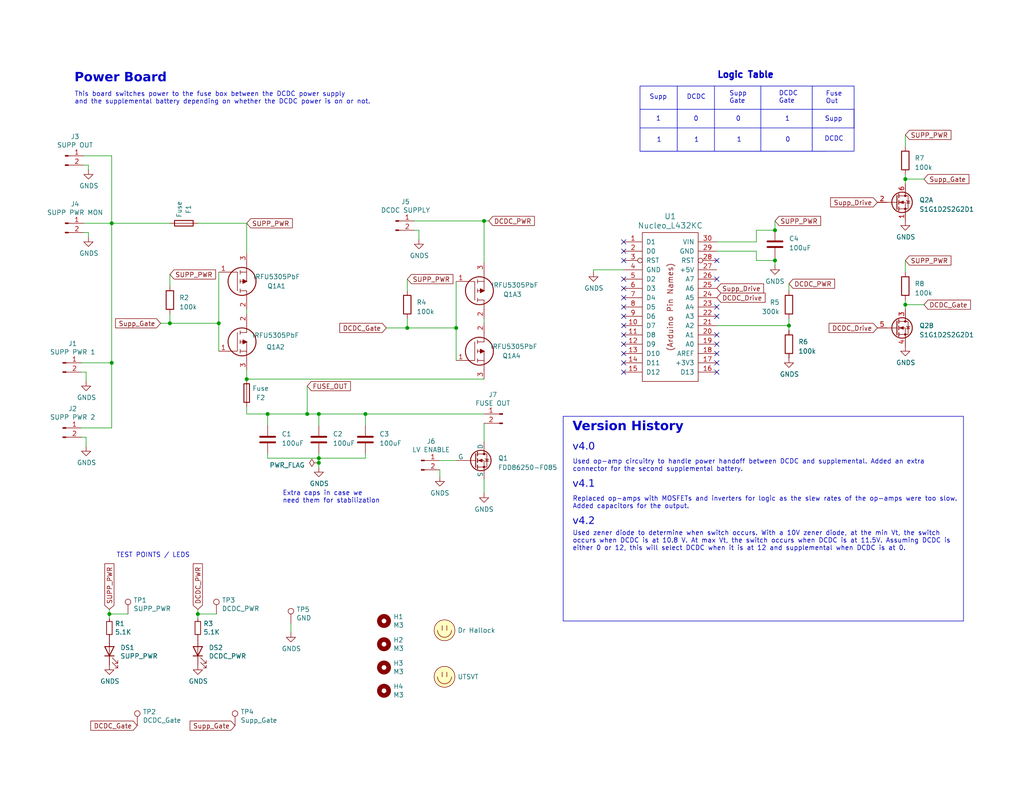
<source format=kicad_sch>
(kicad_sch (version 20230121) (generator eeschema)

  (uuid ba21eba1-72a9-489c-9498-a38516b9f252)

  (paper "A")

  (title_block
    (title "Power Board v4.0")
    (date "2022-11-05")
    (company "UT Solar Vehicle Team - Power Systems")
    (comment 1 "Fall 2022")
  )

  (lib_symbols
    (symbol "Connector:Conn_01x02_Pin" (pin_names (offset 1.016) hide) (in_bom yes) (on_board yes)
      (property "Reference" "J" (at 0 2.54 0)
        (effects (font (size 1.27 1.27)))
      )
      (property "Value" "Conn_01x02_Pin" (at 0 -5.08 0)
        (effects (font (size 1.27 1.27)))
      )
      (property "Footprint" "" (at 0 0 0)
        (effects (font (size 1.27 1.27)) hide)
      )
      (property "Datasheet" "~" (at 0 0 0)
        (effects (font (size 1.27 1.27)) hide)
      )
      (property "ki_locked" "" (at 0 0 0)
        (effects (font (size 1.27 1.27)))
      )
      (property "ki_keywords" "connector" (at 0 0 0)
        (effects (font (size 1.27 1.27)) hide)
      )
      (property "ki_description" "Generic connector, single row, 01x02, script generated" (at 0 0 0)
        (effects (font (size 1.27 1.27)) hide)
      )
      (property "ki_fp_filters" "Connector*:*_1x??_*" (at 0 0 0)
        (effects (font (size 1.27 1.27)) hide)
      )
      (symbol "Conn_01x02_Pin_1_1"
        (polyline
          (pts
            (xy 1.27 -2.54)
            (xy 0.8636 -2.54)
          )
          (stroke (width 0.1524) (type default))
          (fill (type none))
        )
        (polyline
          (pts
            (xy 1.27 0)
            (xy 0.8636 0)
          )
          (stroke (width 0.1524) (type default))
          (fill (type none))
        )
        (rectangle (start 0.8636 -2.413) (end 0 -2.667)
          (stroke (width 0.1524) (type default))
          (fill (type outline))
        )
        (rectangle (start 0.8636 0.127) (end 0 -0.127)
          (stroke (width 0.1524) (type default))
          (fill (type outline))
        )
        (pin passive line (at 5.08 0 180) (length 3.81)
          (name "Pin_1" (effects (font (size 1.27 1.27))))
          (number "1" (effects (font (size 1.27 1.27))))
        )
        (pin passive line (at 5.08 -2.54 180) (length 3.81)
          (name "Pin_2" (effects (font (size 1.27 1.27))))
          (number "2" (effects (font (size 1.27 1.27))))
        )
      )
    )
    (symbol "Connector:TestPoint" (pin_numbers hide) (pin_names (offset 0.762) hide) (in_bom yes) (on_board yes)
      (property "Reference" "TP" (at 0 6.858 0)
        (effects (font (size 1.27 1.27)))
      )
      (property "Value" "TestPoint" (at 0 5.08 0)
        (effects (font (size 1.27 1.27)))
      )
      (property "Footprint" "" (at 5.08 0 0)
        (effects (font (size 1.27 1.27)) hide)
      )
      (property "Datasheet" "~" (at 5.08 0 0)
        (effects (font (size 1.27 1.27)) hide)
      )
      (property "ki_keywords" "test point tp" (at 0 0 0)
        (effects (font (size 1.27 1.27)) hide)
      )
      (property "ki_description" "test point" (at 0 0 0)
        (effects (font (size 1.27 1.27)) hide)
      )
      (property "ki_fp_filters" "Pin* Test*" (at 0 0 0)
        (effects (font (size 1.27 1.27)) hide)
      )
      (symbol "TestPoint_0_1"
        (circle (center 0 3.302) (radius 0.762)
          (stroke (width 0) (type default))
          (fill (type none))
        )
      )
      (symbol "TestPoint_1_1"
        (pin passive line (at 0 0 90) (length 2.54)
          (name "1" (effects (font (size 1.27 1.27))))
          (number "1" (effects (font (size 1.27 1.27))))
        )
      )
    )
    (symbol "Device:C" (pin_numbers hide) (pin_names (offset 0.254)) (in_bom yes) (on_board yes)
      (property "Reference" "C" (at 0.635 2.54 0)
        (effects (font (size 1.27 1.27)) (justify left))
      )
      (property "Value" "C" (at 0.635 -2.54 0)
        (effects (font (size 1.27 1.27)) (justify left))
      )
      (property "Footprint" "" (at 0.9652 -3.81 0)
        (effects (font (size 1.27 1.27)) hide)
      )
      (property "Datasheet" "~" (at 0 0 0)
        (effects (font (size 1.27 1.27)) hide)
      )
      (property "ki_keywords" "cap capacitor" (at 0 0 0)
        (effects (font (size 1.27 1.27)) hide)
      )
      (property "ki_description" "Unpolarized capacitor" (at 0 0 0)
        (effects (font (size 1.27 1.27)) hide)
      )
      (property "ki_fp_filters" "C_*" (at 0 0 0)
        (effects (font (size 1.27 1.27)) hide)
      )
      (symbol "C_0_1"
        (polyline
          (pts
            (xy -2.032 -0.762)
            (xy 2.032 -0.762)
          )
          (stroke (width 0.508) (type default))
          (fill (type none))
        )
        (polyline
          (pts
            (xy -2.032 0.762)
            (xy 2.032 0.762)
          )
          (stroke (width 0.508) (type default))
          (fill (type none))
        )
      )
      (symbol "C_1_1"
        (pin passive line (at 0 3.81 270) (length 2.794)
          (name "~" (effects (font (size 1.27 1.27))))
          (number "1" (effects (font (size 1.27 1.27))))
        )
        (pin passive line (at 0 -3.81 90) (length 2.794)
          (name "~" (effects (font (size 1.27 1.27))))
          (number "2" (effects (font (size 1.27 1.27))))
        )
      )
    )
    (symbol "Device:Fuse" (pin_numbers hide) (pin_names (offset 0)) (in_bom yes) (on_board yes)
      (property "Reference" "F" (at 2.032 0 90)
        (effects (font (size 1.27 1.27)))
      )
      (property "Value" "Fuse" (at -1.905 0 90)
        (effects (font (size 1.27 1.27)))
      )
      (property "Footprint" "" (at -1.778 0 90)
        (effects (font (size 1.27 1.27)) hide)
      )
      (property "Datasheet" "~" (at 0 0 0)
        (effects (font (size 1.27 1.27)) hide)
      )
      (property "ki_keywords" "fuse" (at 0 0 0)
        (effects (font (size 1.27 1.27)) hide)
      )
      (property "ki_description" "Fuse" (at 0 0 0)
        (effects (font (size 1.27 1.27)) hide)
      )
      (property "ki_fp_filters" "*Fuse*" (at 0 0 0)
        (effects (font (size 1.27 1.27)) hide)
      )
      (symbol "Fuse_0_1"
        (rectangle (start -0.762 -2.54) (end 0.762 2.54)
          (stroke (width 0.254) (type default))
          (fill (type none))
        )
        (polyline
          (pts
            (xy 0 2.54)
            (xy 0 -2.54)
          )
          (stroke (width 0) (type default))
          (fill (type none))
        )
      )
      (symbol "Fuse_1_1"
        (pin passive line (at 0 3.81 270) (length 1.27)
          (name "~" (effects (font (size 1.27 1.27))))
          (number "1" (effects (font (size 1.27 1.27))))
        )
        (pin passive line (at 0 -3.81 90) (length 1.27)
          (name "~" (effects (font (size 1.27 1.27))))
          (number "2" (effects (font (size 1.27 1.27))))
        )
      )
    )
    (symbol "Device:LED" (pin_numbers hide) (pin_names (offset 1.016) hide) (in_bom yes) (on_board yes)
      (property "Reference" "D" (at 0 2.54 0)
        (effects (font (size 1.27 1.27)))
      )
      (property "Value" "LED" (at 0 -2.54 0)
        (effects (font (size 1.27 1.27)))
      )
      (property "Footprint" "" (at 0 0 0)
        (effects (font (size 1.27 1.27)) hide)
      )
      (property "Datasheet" "~" (at 0 0 0)
        (effects (font (size 1.27 1.27)) hide)
      )
      (property "ki_keywords" "LED diode" (at 0 0 0)
        (effects (font (size 1.27 1.27)) hide)
      )
      (property "ki_description" "Light emitting diode" (at 0 0 0)
        (effects (font (size 1.27 1.27)) hide)
      )
      (property "ki_fp_filters" "LED* LED_SMD:* LED_THT:*" (at 0 0 0)
        (effects (font (size 1.27 1.27)) hide)
      )
      (symbol "LED_0_1"
        (polyline
          (pts
            (xy -1.27 -1.27)
            (xy -1.27 1.27)
          )
          (stroke (width 0.254) (type default))
          (fill (type none))
        )
        (polyline
          (pts
            (xy -1.27 0)
            (xy 1.27 0)
          )
          (stroke (width 0) (type default))
          (fill (type none))
        )
        (polyline
          (pts
            (xy 1.27 -1.27)
            (xy 1.27 1.27)
            (xy -1.27 0)
            (xy 1.27 -1.27)
          )
          (stroke (width 0.254) (type default))
          (fill (type none))
        )
        (polyline
          (pts
            (xy -3.048 -0.762)
            (xy -4.572 -2.286)
            (xy -3.81 -2.286)
            (xy -4.572 -2.286)
            (xy -4.572 -1.524)
          )
          (stroke (width 0) (type default))
          (fill (type none))
        )
        (polyline
          (pts
            (xy -1.778 -0.762)
            (xy -3.302 -2.286)
            (xy -2.54 -2.286)
            (xy -3.302 -2.286)
            (xy -3.302 -1.524)
          )
          (stroke (width 0) (type default))
          (fill (type none))
        )
      )
      (symbol "LED_1_1"
        (pin passive line (at -3.81 0 0) (length 2.54)
          (name "K" (effects (font (size 1.27 1.27))))
          (number "1" (effects (font (size 1.27 1.27))))
        )
        (pin passive line (at 3.81 0 180) (length 2.54)
          (name "A" (effects (font (size 1.27 1.27))))
          (number "2" (effects (font (size 1.27 1.27))))
        )
      )
    )
    (symbol "Device:Q_Dual_NMOS_S1G1D2S2G2D1" (pin_names (offset 0) hide) (in_bom yes) (on_board yes)
      (property "Reference" "Q" (at 6.35 1.27 0)
        (effects (font (size 1.27 1.27)))
      )
      (property "Value" "Q_Dual_NMOS_S1G1D2S2G2D1" (at 19.05 -1.27 0)
        (effects (font (size 1.27 1.27)))
      )
      (property "Footprint" "" (at 5.08 0 0)
        (effects (font (size 1.27 1.27)) hide)
      )
      (property "Datasheet" "~" (at 5.08 0 0)
        (effects (font (size 1.27 1.27)) hide)
      )
      (property "ki_keywords" "transistor NMOS N-MOS N-MOSFET" (at 0 0 0)
        (effects (font (size 1.27 1.27)) hide)
      )
      (property "ki_description" "Dual NMOS transistor, 6 pin package" (at 0 0 0)
        (effects (font (size 1.27 1.27)) hide)
      )
      (property "ki_fp_filters" "TSOP* SC?70* SC?88* SOT?363*" (at 0 0 0)
        (effects (font (size 1.27 1.27)) hide)
      )
      (symbol "Q_Dual_NMOS_S1G1D2S2G2D1_0_1"
        (polyline
          (pts
            (xy 0.254 0)
            (xy -2.54 0)
          )
          (stroke (width 0) (type default))
          (fill (type none))
        )
        (polyline
          (pts
            (xy 0.254 1.905)
            (xy 0.254 -1.905)
          )
          (stroke (width 0.254) (type default))
          (fill (type none))
        )
        (polyline
          (pts
            (xy 0.762 -1.27)
            (xy 0.762 -2.286)
          )
          (stroke (width 0.254) (type default))
          (fill (type none))
        )
        (polyline
          (pts
            (xy 0.762 0.508)
            (xy 0.762 -0.508)
          )
          (stroke (width 0.254) (type default))
          (fill (type none))
        )
        (polyline
          (pts
            (xy 0.762 2.286)
            (xy 0.762 1.27)
          )
          (stroke (width 0.254) (type default))
          (fill (type none))
        )
        (polyline
          (pts
            (xy 2.54 2.54)
            (xy 2.54 1.778)
          )
          (stroke (width 0) (type default))
          (fill (type none))
        )
        (polyline
          (pts
            (xy 2.54 -2.54)
            (xy 2.54 0)
            (xy 0.762 0)
          )
          (stroke (width 0) (type default))
          (fill (type none))
        )
        (polyline
          (pts
            (xy 0.762 -1.778)
            (xy 3.302 -1.778)
            (xy 3.302 1.778)
            (xy 0.762 1.778)
          )
          (stroke (width 0) (type default))
          (fill (type none))
        )
        (polyline
          (pts
            (xy 1.016 0)
            (xy 2.032 0.381)
            (xy 2.032 -0.381)
            (xy 1.016 0)
          )
          (stroke (width 0) (type default))
          (fill (type outline))
        )
        (polyline
          (pts
            (xy 2.794 0.508)
            (xy 2.921 0.381)
            (xy 3.683 0.381)
            (xy 3.81 0.254)
          )
          (stroke (width 0) (type default))
          (fill (type none))
        )
        (polyline
          (pts
            (xy 3.302 0.381)
            (xy 2.921 -0.254)
            (xy 3.683 -0.254)
            (xy 3.302 0.381)
          )
          (stroke (width 0) (type default))
          (fill (type none))
        )
        (circle (center 1.651 0) (radius 2.794)
          (stroke (width 0.254) (type default))
          (fill (type none))
        )
        (circle (center 2.54 -1.778) (radius 0.254)
          (stroke (width 0) (type default))
          (fill (type outline))
        )
        (circle (center 2.54 1.778) (radius 0.254)
          (stroke (width 0) (type default))
          (fill (type outline))
        )
      )
      (symbol "Q_Dual_NMOS_S1G1D2S2G2D1_1_1"
        (pin passive line (at 2.54 -5.08 90) (length 2.54)
          (name "S" (effects (font (size 1.27 1.27))))
          (number "1" (effects (font (size 1.27 1.27))))
        )
        (pin input line (at -5.08 0 0) (length 2.54)
          (name "G" (effects (font (size 1.27 1.27))))
          (number "2" (effects (font (size 1.27 1.27))))
        )
        (pin passive line (at 2.54 5.08 270) (length 2.54)
          (name "D" (effects (font (size 1.27 1.27))))
          (number "6" (effects (font (size 1.27 1.27))))
        )
      )
      (symbol "Q_Dual_NMOS_S1G1D2S2G2D1_2_1"
        (pin passive line (at 2.54 5.08 270) (length 2.54)
          (name "D" (effects (font (size 1.27 1.27))))
          (number "3" (effects (font (size 1.27 1.27))))
        )
        (pin passive line (at 2.54 -5.08 90) (length 2.54)
          (name "S" (effects (font (size 1.27 1.27))))
          (number "4" (effects (font (size 1.27 1.27))))
        )
        (pin input line (at -5.08 0 0) (length 2.54)
          (name "G" (effects (font (size 1.27 1.27))))
          (number "5" (effects (font (size 1.27 1.27))))
        )
      )
    )
    (symbol "Device:R" (pin_numbers hide) (pin_names (offset 0)) (in_bom yes) (on_board yes)
      (property "Reference" "R" (at 2.032 0 90)
        (effects (font (size 1.27 1.27)))
      )
      (property "Value" "R" (at 0 0 90)
        (effects (font (size 1.27 1.27)))
      )
      (property "Footprint" "" (at -1.778 0 90)
        (effects (font (size 1.27 1.27)) hide)
      )
      (property "Datasheet" "~" (at 0 0 0)
        (effects (font (size 1.27 1.27)) hide)
      )
      (property "ki_keywords" "R res resistor" (at 0 0 0)
        (effects (font (size 1.27 1.27)) hide)
      )
      (property "ki_description" "Resistor" (at 0 0 0)
        (effects (font (size 1.27 1.27)) hide)
      )
      (property "ki_fp_filters" "R_*" (at 0 0 0)
        (effects (font (size 1.27 1.27)) hide)
      )
      (symbol "R_0_1"
        (rectangle (start -1.016 -2.54) (end 1.016 2.54)
          (stroke (width 0.254) (type default))
          (fill (type none))
        )
      )
      (symbol "R_1_1"
        (pin passive line (at 0 3.81 270) (length 1.27)
          (name "~" (effects (font (size 1.27 1.27))))
          (number "1" (effects (font (size 1.27 1.27))))
        )
        (pin passive line (at 0 -3.81 90) (length 1.27)
          (name "~" (effects (font (size 1.27 1.27))))
          (number "2" (effects (font (size 1.27 1.27))))
        )
      )
    )
    (symbol "Device:R_Small" (pin_numbers hide) (pin_names (offset 0.254) hide) (in_bom yes) (on_board yes)
      (property "Reference" "R" (at 0.762 0.508 0)
        (effects (font (size 1.27 1.27)) (justify left))
      )
      (property "Value" "R_Small" (at 0.762 -1.016 0)
        (effects (font (size 1.27 1.27)) (justify left))
      )
      (property "Footprint" "" (at 0 0 0)
        (effects (font (size 1.27 1.27)) hide)
      )
      (property "Datasheet" "~" (at 0 0 0)
        (effects (font (size 1.27 1.27)) hide)
      )
      (property "ki_keywords" "R resistor" (at 0 0 0)
        (effects (font (size 1.27 1.27)) hide)
      )
      (property "ki_description" "Resistor, small symbol" (at 0 0 0)
        (effects (font (size 1.27 1.27)) hide)
      )
      (property "ki_fp_filters" "R_*" (at 0 0 0)
        (effects (font (size 1.27 1.27)) hide)
      )
      (symbol "R_Small_0_1"
        (rectangle (start -0.762 1.778) (end 0.762 -1.778)
          (stroke (width 0.2032) (type default))
          (fill (type none))
        )
      )
      (symbol "R_Small_1_1"
        (pin passive line (at 0 2.54 270) (length 0.762)
          (name "~" (effects (font (size 1.27 1.27))))
          (number "1" (effects (font (size 1.27 1.27))))
        )
        (pin passive line (at 0 -2.54 90) (length 0.762)
          (name "~" (effects (font (size 1.27 1.27))))
          (number "2" (effects (font (size 1.27 1.27))))
        )
      )
    )
    (symbol "Logo_Placeholder_1" (pin_names (offset 1.016)) (in_bom yes) (on_board yes)
      (property "Reference" "LOGO" (at 0 3.81 0)
        (effects (font (size 1.27 1.27)) hide)
      )
      (property "Value" "Logo_Placeholder" (at 0 3.81 0)
        (effects (font (size 1.27 1.27)))
      )
      (property "Footprint" "" (at 0 1.905 0)
        (effects (font (size 1.27 1.27)) hide)
      )
      (property "Datasheet" "" (at 0 1.905 0)
        (effects (font (size 1.27 1.27)) hide)
      )
      (property "ki_keywords" "graphic, symbol" (at 0 0 0)
        (effects (font (size 1.27 1.27)) hide)
      )
      (property "ki_description" "Graph footprint placeholder" (at 0 0 0)
        (effects (font (size 1.27 1.27)) hide)
      )
      (symbol "Logo_Placeholder_1_0_1"
        (arc (start -1.905 0) (mid 0 -1.8967) (end 1.905 0)
          (stroke (width 0) (type solid))
          (fill (type none))
        )
        (polyline
          (pts
            (xy -0.635 1.27)
            (xy -0.635 0)
          )
          (stroke (width 0) (type solid))
          (fill (type none))
        )
        (polyline
          (pts
            (xy 0.635 1.27)
            (xy 0.635 0)
          )
          (stroke (width 0) (type solid))
          (fill (type none))
        )
        (circle (center 0 0) (radius 2.8448)
          (stroke (width 0) (type solid))
          (fill (type background))
        )
      )
    )
    (symbol "Mechanical:MountingHole" (pin_names (offset 1.016)) (in_bom yes) (on_board yes)
      (property "Reference" "H" (at 0 5.08 0)
        (effects (font (size 1.27 1.27)))
      )
      (property "Value" "MountingHole" (at 0 3.175 0)
        (effects (font (size 1.27 1.27)))
      )
      (property "Footprint" "" (at 0 0 0)
        (effects (font (size 1.27 1.27)) hide)
      )
      (property "Datasheet" "~" (at 0 0 0)
        (effects (font (size 1.27 1.27)) hide)
      )
      (property "ki_keywords" "mounting hole" (at 0 0 0)
        (effects (font (size 1.27 1.27)) hide)
      )
      (property "ki_description" "Mounting Hole without connection" (at 0 0 0)
        (effects (font (size 1.27 1.27)) hide)
      )
      (property "ki_fp_filters" "MountingHole*" (at 0 0 0)
        (effects (font (size 1.27 1.27)) hide)
      )
      (symbol "MountingHole_0_1"
        (circle (center 0 0) (radius 1.27)
          (stroke (width 1.27) (type default))
          (fill (type none))
        )
      )
    )
    (symbol "Simulation_SPICE:NMOS" (pin_numbers hide) (pin_names (offset 0)) (in_bom yes) (on_board yes)
      (property "Reference" "Q3" (at 6.35 0.635 0)
        (effects (font (size 1.27 1.27)) (justify left))
      )
      (property "Value" "NMOS" (at 6.35 -1.905 0)
        (effects (font (size 1.27 1.27)) (justify left))
      )
      (property "Footprint" "" (at 5.08 2.54 0)
        (effects (font (size 1.27 1.27)) hide)
      )
      (property "Datasheet" "https://ngspice.sourceforge.io/docs/ngspice-manual.pdf" (at 0 -12.7 0)
        (effects (font (size 1.27 1.27)) hide)
      )
      (property "Sim.Device" "NMOS" (at 0 -17.145 0)
        (effects (font (size 1.27 1.27)) hide)
      )
      (property "Sim.Type" "VDMOS" (at 0 -19.05 0)
        (effects (font (size 1.27 1.27)) hide)
      )
      (property "Sim.Pins" "1=D 2=G 3=S" (at 0 -15.24 0)
        (effects (font (size 1.27 1.27)) hide)
      )
      (property "ki_keywords" "transistor NMOS N-MOS N-MOSFET simulation" (at 0 0 0)
        (effects (font (size 1.27 1.27)) hide)
      )
      (property "ki_description" "N-MOSFET transistor, drain/source/gate" (at 0 0 0)
        (effects (font (size 1.27 1.27)) hide)
      )
      (symbol "NMOS_0_1"
        (polyline
          (pts
            (xy 0.254 0)
            (xy -2.54 0)
          )
          (stroke (width 0) (type default))
          (fill (type none))
        )
        (polyline
          (pts
            (xy 0.254 1.905)
            (xy 0.254 -1.905)
          )
          (stroke (width 0.254) (type default))
          (fill (type none))
        )
        (polyline
          (pts
            (xy 0.762 -1.27)
            (xy 0.762 -2.286)
          )
          (stroke (width 0.254) (type default))
          (fill (type none))
        )
        (polyline
          (pts
            (xy 0.762 0.508)
            (xy 0.762 -0.508)
          )
          (stroke (width 0.254) (type default))
          (fill (type none))
        )
        (polyline
          (pts
            (xy 0.762 2.286)
            (xy 0.762 1.27)
          )
          (stroke (width 0.254) (type default))
          (fill (type none))
        )
        (polyline
          (pts
            (xy 2.54 2.54)
            (xy 2.54 1.778)
          )
          (stroke (width 0) (type default))
          (fill (type none))
        )
        (polyline
          (pts
            (xy 2.54 -2.54)
            (xy 2.54 0)
            (xy 0.762 0)
          )
          (stroke (width 0) (type default))
          (fill (type none))
        )
        (polyline
          (pts
            (xy 0.762 -1.778)
            (xy 3.302 -1.778)
            (xy 3.302 1.778)
            (xy 0.762 1.778)
          )
          (stroke (width 0) (type default))
          (fill (type none))
        )
        (polyline
          (pts
            (xy 1.016 0)
            (xy 2.032 0.381)
            (xy 2.032 -0.381)
            (xy 1.016 0)
          )
          (stroke (width 0) (type default))
          (fill (type outline))
        )
        (polyline
          (pts
            (xy 2.794 0.508)
            (xy 2.921 0.381)
            (xy 3.683 0.381)
            (xy 3.81 0.254)
          )
          (stroke (width 0) (type default))
          (fill (type none))
        )
        (polyline
          (pts
            (xy 3.302 0.381)
            (xy 2.921 -0.254)
            (xy 3.683 -0.254)
            (xy 3.302 0.381)
          )
          (stroke (width 0) (type default))
          (fill (type none))
        )
        (circle (center 1.651 0) (radius 2.794)
          (stroke (width 0.254) (type default))
          (fill (type none))
        )
        (circle (center 2.54 -1.778) (radius 0.254)
          (stroke (width 0) (type default))
          (fill (type outline))
        )
        (circle (center 2.54 1.778) (radius 0.254)
          (stroke (width 0) (type default))
          (fill (type outline))
        )
      )
      (symbol "NMOS_1_1"
        (pin input line (at -5.08 0 0) (length 2.54)
          (name "G" (effects (font (size 1.27 1.27))))
          (number "1" (effects (font (size 1.27 1.27))))
        )
        (pin passive line (at 2.54 5.08 270) (length 2.54)
          (name "D" (effects (font (size 1.27 1.27))))
          (number "2" (effects (font (size 1.27 1.27))))
        )
        (pin passive line (at 2.54 -5.08 90) (length 2.54)
          (name "S" (effects (font (size 1.27 1.27))))
          (number "3" (effects (font (size 1.27 1.27))))
        )
      )
    )
    (symbol "power:GNDS" (power) (pin_names (offset 0)) (in_bom yes) (on_board yes)
      (property "Reference" "#PWR" (at 0 -6.35 0)
        (effects (font (size 1.27 1.27)) hide)
      )
      (property "Value" "GNDS" (at 0 -3.81 0)
        (effects (font (size 1.27 1.27)))
      )
      (property "Footprint" "" (at 0 0 0)
        (effects (font (size 1.27 1.27)) hide)
      )
      (property "Datasheet" "" (at 0 0 0)
        (effects (font (size 1.27 1.27)) hide)
      )
      (property "ki_keywords" "global power" (at 0 0 0)
        (effects (font (size 1.27 1.27)) hide)
      )
      (property "ki_description" "Power symbol creates a global label with name \"GNDS\" , signal ground" (at 0 0 0)
        (effects (font (size 1.27 1.27)) hide)
      )
      (symbol "GNDS_0_1"
        (polyline
          (pts
            (xy 0 0)
            (xy 0 -1.27)
            (xy 1.27 -1.27)
            (xy 0 -2.54)
            (xy -1.27 -1.27)
            (xy 0 -1.27)
          )
          (stroke (width 0) (type default))
          (fill (type none))
        )
      )
      (symbol "GNDS_1_1"
        (pin power_in line (at 0 0 270) (length 0) hide
          (name "GNDS" (effects (font (size 1.27 1.27))))
          (number "1" (effects (font (size 1.27 1.27))))
        )
      )
    )
    (symbol "power:PWR_FLAG" (power) (pin_numbers hide) (pin_names (offset 0) hide) (in_bom yes) (on_board yes)
      (property "Reference" "#FLG" (at 0 1.905 0)
        (effects (font (size 1.27 1.27)) hide)
      )
      (property "Value" "PWR_FLAG" (at 0 3.81 0)
        (effects (font (size 1.27 1.27)))
      )
      (property "Footprint" "" (at 0 0 0)
        (effects (font (size 1.27 1.27)) hide)
      )
      (property "Datasheet" "~" (at 0 0 0)
        (effects (font (size 1.27 1.27)) hide)
      )
      (property "ki_keywords" "flag power" (at 0 0 0)
        (effects (font (size 1.27 1.27)) hide)
      )
      (property "ki_description" "Special symbol for telling ERC where power comes from" (at 0 0 0)
        (effects (font (size 1.27 1.27)) hide)
      )
      (symbol "PWR_FLAG_0_0"
        (pin power_out line (at 0 0 90) (length 0)
          (name "pwr" (effects (font (size 1.27 1.27))))
          (number "1" (effects (font (size 1.27 1.27))))
        )
      )
      (symbol "PWR_FLAG_0_1"
        (polyline
          (pts
            (xy 0 0)
            (xy 0 1.27)
            (xy -1.016 1.905)
            (xy 0 2.54)
            (xy 1.016 1.905)
            (xy 0 1.27)
          )
          (stroke (width 0) (type default))
          (fill (type none))
        )
      )
    )
    (symbol "utsvt-microcontrollers:Nucleo_L432KC" (pin_names (offset 1.016)) (in_bom yes) (on_board yes)
      (property "Reference" "U" (at 0 -21.59 0)
        (effects (font (size 1.524 1.524)))
      )
      (property "Value" "Nucleo_L432KC" (at 0 21.59 0)
        (effects (font (size 1.524 1.524)))
      )
      (property "Footprint" "" (at 0 -7.62 0)
        (effects (font (size 1.524 1.524)) hide)
      )
      (property "Datasheet" "" (at 0 -7.62 0)
        (effects (font (size 1.524 1.524)) hide)
      )
      (symbol "Nucleo_L432KC_0_0"
        (rectangle (start -7.62 20.32) (end 7.62 -20.32)
          (stroke (width 0) (type solid))
          (fill (type none))
        )
      )
      (symbol "Nucleo_L432KC_0_1"
        (text "(Arduino Pin Names)" (at 0 0 900)
          (effects (font (size 1.524 1.524)))
        )
      )
      (symbol "Nucleo_L432KC_0_2"
        (text "(Nucleo Pin Names)" (at 0 0 900)
          (effects (font (size 1.524 1.524)))
        )
      )
      (symbol "Nucleo_L432KC_1_1"
        (pin bidirectional line (at -12.7 17.78 0) (length 5.08)
          (name "D1" (effects (font (size 1.27 1.27))))
          (number "1" (effects (font (size 1.27 1.27))))
        )
        (pin bidirectional line (at -12.7 -5.08 0) (length 5.08)
          (name "D7" (effects (font (size 1.27 1.27))))
          (number "10" (effects (font (size 1.27 1.27))))
        )
        (pin bidirectional line (at -12.7 -7.62 0) (length 5.08)
          (name "D8" (effects (font (size 1.27 1.27))))
          (number "11" (effects (font (size 1.27 1.27))))
        )
        (pin bidirectional line (at -12.7 -10.16 0) (length 5.08)
          (name "D9" (effects (font (size 1.27 1.27))))
          (number "12" (effects (font (size 1.27 1.27))))
        )
        (pin bidirectional line (at -12.7 -12.7 0) (length 5.08)
          (name "D10" (effects (font (size 1.27 1.27))))
          (number "13" (effects (font (size 1.27 1.27))))
        )
        (pin bidirectional line (at -12.7 -15.24 0) (length 5.08)
          (name "D11" (effects (font (size 1.27 1.27))))
          (number "14" (effects (font (size 1.27 1.27))))
        )
        (pin bidirectional line (at -12.7 -17.78 0) (length 5.08)
          (name "D12" (effects (font (size 1.27 1.27))))
          (number "15" (effects (font (size 1.27 1.27))))
        )
        (pin bidirectional line (at 12.7 -17.78 180) (length 5.08)
          (name "D13" (effects (font (size 1.27 1.27))))
          (number "16" (effects (font (size 1.27 1.27))))
        )
        (pin power_out line (at 12.7 -15.24 180) (length 5.08)
          (name "+3V3" (effects (font (size 1.27 1.27))))
          (number "17" (effects (font (size 1.27 1.27))))
        )
        (pin input line (at 12.7 -12.7 180) (length 5.08)
          (name "AREF" (effects (font (size 1.27 1.27))))
          (number "18" (effects (font (size 1.27 1.27))))
        )
        (pin bidirectional line (at 12.7 -10.16 180) (length 5.08)
          (name "A0" (effects (font (size 1.27 1.27))))
          (number "19" (effects (font (size 1.27 1.27))))
        )
        (pin bidirectional line (at -12.7 15.24 0) (length 5.08)
          (name "D0" (effects (font (size 1.27 1.27))))
          (number "2" (effects (font (size 1.27 1.27))))
        )
        (pin bidirectional line (at 12.7 -7.62 180) (length 5.08)
          (name "A1" (effects (font (size 1.27 1.27))))
          (number "20" (effects (font (size 1.27 1.27))))
        )
        (pin bidirectional line (at 12.7 -5.08 180) (length 5.08)
          (name "A2" (effects (font (size 1.27 1.27))))
          (number "21" (effects (font (size 1.27 1.27))))
        )
        (pin bidirectional line (at 12.7 -2.54 180) (length 5.08)
          (name "A3" (effects (font (size 1.27 1.27))))
          (number "22" (effects (font (size 1.27 1.27))))
        )
        (pin bidirectional line (at 12.7 0 180) (length 5.08)
          (name "A4" (effects (font (size 1.27 1.27))))
          (number "23" (effects (font (size 1.27 1.27))))
        )
        (pin bidirectional line (at 12.7 2.54 180) (length 5.08)
          (name "A5" (effects (font (size 1.27 1.27))))
          (number "24" (effects (font (size 1.27 1.27))))
        )
        (pin bidirectional line (at 12.7 5.08 180) (length 5.08)
          (name "A6" (effects (font (size 1.27 1.27))))
          (number "25" (effects (font (size 1.27 1.27))))
        )
        (pin bidirectional line (at 12.7 7.62 180) (length 5.08)
          (name "A7" (effects (font (size 1.27 1.27))))
          (number "26" (effects (font (size 1.27 1.27))))
        )
        (pin power_out line (at 12.7 10.16 180) (length 5.08)
          (name "+5V" (effects (font (size 1.27 1.27))))
          (number "27" (effects (font (size 1.27 1.27))))
        )
        (pin input inverted (at 12.7 12.7 180) (length 5.08)
          (name "RST" (effects (font (size 1.27 1.27))))
          (number "28" (effects (font (size 1.27 1.27))))
        )
        (pin power_in line (at 12.7 15.24 180) (length 5.08)
          (name "GND" (effects (font (size 1.27 1.27))))
          (number "29" (effects (font (size 1.27 1.27))))
        )
        (pin input inverted (at -12.7 12.7 0) (length 5.08)
          (name "RST" (effects (font (size 1.27 1.27))))
          (number "3" (effects (font (size 1.27 1.27))))
        )
        (pin power_in line (at 12.7 17.78 180) (length 5.08)
          (name "VIN" (effects (font (size 1.27 1.27))))
          (number "30" (effects (font (size 1.27 1.27))))
        )
        (pin power_in line (at -12.7 10.16 0) (length 5.08)
          (name "GND" (effects (font (size 1.27 1.27))))
          (number "4" (effects (font (size 1.27 1.27))))
        )
        (pin bidirectional line (at -12.7 7.62 0) (length 5.08)
          (name "D2" (effects (font (size 1.27 1.27))))
          (number "5" (effects (font (size 1.27 1.27))))
        )
        (pin bidirectional line (at -12.7 5.08 0) (length 5.08)
          (name "D3" (effects (font (size 1.27 1.27))))
          (number "6" (effects (font (size 1.27 1.27))))
        )
        (pin bidirectional line (at -12.7 2.54 0) (length 5.08)
          (name "D4" (effects (font (size 1.27 1.27))))
          (number "7" (effects (font (size 1.27 1.27))))
        )
        (pin bidirectional line (at -12.7 0 0) (length 5.08)
          (name "D5" (effects (font (size 1.27 1.27))))
          (number "8" (effects (font (size 1.27 1.27))))
        )
        (pin bidirectional line (at -12.7 -2.54 0) (length 5.08)
          (name "D6" (effects (font (size 1.27 1.27))))
          (number "9" (effects (font (size 1.27 1.27))))
        )
      )
      (symbol "Nucleo_L432KC_1_2"
        (pin bidirectional line (at -12.7 17.78 0) (length 5.08)
          (name "PA9" (effects (font (size 1.27 1.27))))
          (number "1" (effects (font (size 1.27 1.27))))
        )
        (pin bidirectional line (at -12.7 -5.08 0) (length 5.08)
          (name "PC14" (effects (font (size 1.27 1.27))))
          (number "10" (effects (font (size 1.27 1.27))))
        )
        (pin bidirectional line (at -12.7 -7.62 0) (length 5.08)
          (name "PC15" (effects (font (size 1.27 1.27))))
          (number "11" (effects (font (size 1.27 1.27))))
        )
        (pin bidirectional line (at -12.7 -10.16 0) (length 5.08)
          (name "PA8" (effects (font (size 1.27 1.27))))
          (number "12" (effects (font (size 1.27 1.27))))
        )
        (pin bidirectional line (at -12.7 -12.7 0) (length 5.08)
          (name "PA11" (effects (font (size 1.27 1.27))))
          (number "13" (effects (font (size 1.27 1.27))))
        )
        (pin bidirectional line (at -12.7 -15.24 0) (length 5.08)
          (name "PB5" (effects (font (size 1.27 1.27))))
          (number "14" (effects (font (size 1.27 1.27))))
        )
        (pin bidirectional line (at -12.7 -17.78 0) (length 5.08)
          (name "PB4" (effects (font (size 1.27 1.27))))
          (number "15" (effects (font (size 1.27 1.27))))
        )
        (pin bidirectional line (at 12.7 -17.78 180) (length 5.08)
          (name "PB3" (effects (font (size 1.27 1.27))))
          (number "16" (effects (font (size 1.27 1.27))))
        )
        (pin power_out line (at 12.7 -15.24 180) (length 5.08)
          (name "+3V3" (effects (font (size 1.27 1.27))))
          (number "17" (effects (font (size 1.27 1.27))))
        )
        (pin input line (at 12.7 -12.7 180) (length 5.08)
          (name "AREF" (effects (font (size 1.27 1.27))))
          (number "18" (effects (font (size 1.27 1.27))))
        )
        (pin bidirectional line (at 12.7 -10.16 180) (length 5.08)
          (name "PA0" (effects (font (size 1.27 1.27))))
          (number "19" (effects (font (size 1.27 1.27))))
        )
        (pin bidirectional line (at -12.7 15.24 0) (length 5.08)
          (name "PA10" (effects (font (size 1.27 1.27))))
          (number "2" (effects (font (size 1.27 1.27))))
        )
        (pin bidirectional line (at 12.7 -7.62 180) (length 5.08)
          (name "PA1" (effects (font (size 1.27 1.27))))
          (number "20" (effects (font (size 1.27 1.27))))
        )
        (pin bidirectional line (at 12.7 -5.08 180) (length 5.08)
          (name "PA3" (effects (font (size 1.27 1.27))))
          (number "21" (effects (font (size 1.27 1.27))))
        )
        (pin bidirectional line (at 12.7 -2.54 180) (length 5.08)
          (name "PA4" (effects (font (size 1.27 1.27))))
          (number "22" (effects (font (size 1.27 1.27))))
        )
        (pin bidirectional line (at 12.7 0 180) (length 5.08)
          (name "PA5" (effects (font (size 1.27 1.27))))
          (number "23" (effects (font (size 1.27 1.27))))
        )
        (pin bidirectional line (at 12.7 2.54 180) (length 5.08)
          (name "PA6" (effects (font (size 1.27 1.27))))
          (number "24" (effects (font (size 1.27 1.27))))
        )
        (pin bidirectional line (at 12.7 5.08 180) (length 5.08)
          (name "PA7" (effects (font (size 1.27 1.27))))
          (number "25" (effects (font (size 1.27 1.27))))
        )
        (pin bidirectional line (at 12.7 7.62 180) (length 5.08)
          (name "PA2" (effects (font (size 1.27 1.27))))
          (number "26" (effects (font (size 1.27 1.27))))
        )
        (pin power_out line (at 12.7 10.16 180) (length 5.08)
          (name "+5V" (effects (font (size 1.27 1.27))))
          (number "27" (effects (font (size 1.27 1.27))))
        )
        (pin input inverted (at 12.7 12.7 180) (length 5.08)
          (name "RST" (effects (font (size 1.27 1.27))))
          (number "28" (effects (font (size 1.27 1.27))))
        )
        (pin power_in line (at 12.7 15.24 180) (length 5.08)
          (name "GND" (effects (font (size 1.27 1.27))))
          (number "29" (effects (font (size 1.27 1.27))))
        )
        (pin input inverted (at -12.7 12.7 0) (length 5.08)
          (name "RST" (effects (font (size 1.27 1.27))))
          (number "3" (effects (font (size 1.27 1.27))))
        )
        (pin power_in line (at 12.7 17.78 180) (length 5.08)
          (name "VIN" (effects (font (size 1.27 1.27))))
          (number "30" (effects (font (size 1.27 1.27))))
        )
        (pin power_in line (at -12.7 10.16 0) (length 5.08)
          (name "GND" (effects (font (size 1.27 1.27))))
          (number "4" (effects (font (size 1.27 1.27))))
        )
        (pin bidirectional line (at -12.7 7.62 0) (length 5.08)
          (name "PA12" (effects (font (size 1.27 1.27))))
          (number "5" (effects (font (size 1.27 1.27))))
        )
        (pin bidirectional line (at -12.7 5.08 0) (length 5.08)
          (name "PB0" (effects (font (size 1.27 1.27))))
          (number "6" (effects (font (size 1.27 1.27))))
        )
        (pin bidirectional line (at -12.7 2.54 0) (length 5.08)
          (name "PB7" (effects (font (size 1.27 1.27))))
          (number "7" (effects (font (size 1.27 1.27))))
        )
        (pin bidirectional line (at -12.7 0 0) (length 5.08)
          (name "PB6" (effects (font (size 1.27 1.27))))
          (number "8" (effects (font (size 1.27 1.27))))
        )
        (pin bidirectional line (at -12.7 -2.54 0) (length 5.08)
          (name "PB1" (effects (font (size 1.27 1.27))))
          (number "9" (effects (font (size 1.27 1.27))))
        )
      )
    )
    (symbol "utsvt-misc:Logo_Placeholder" (pin_names (offset 1.016)) (in_bom yes) (on_board yes)
      (property "Reference" "LOGO" (at 0 3.81 0)
        (effects (font (size 1.27 1.27)) hide)
      )
      (property "Value" "Logo_Placeholder" (at 0 3.81 0)
        (effects (font (size 1.27 1.27)))
      )
      (property "Footprint" "" (at 0 1.905 0)
        (effects (font (size 1.27 1.27)) hide)
      )
      (property "Datasheet" "" (at 0 1.905 0)
        (effects (font (size 1.27 1.27)) hide)
      )
      (property "ki_keywords" "graphic, symbol" (at 0 0 0)
        (effects (font (size 1.27 1.27)) hide)
      )
      (property "ki_description" "Graph footprint placeholder" (at 0 0 0)
        (effects (font (size 1.27 1.27)) hide)
      )
      (symbol "Logo_Placeholder_0_1"
        (arc (start -1.905 0) (mid 0 -1.8967) (end 1.905 0)
          (stroke (width 0) (type solid))
          (fill (type none))
        )
        (polyline
          (pts
            (xy -0.635 1.27)
            (xy -0.635 0)
          )
          (stroke (width 0) (type solid))
          (fill (type none))
        )
        (polyline
          (pts
            (xy 0.635 1.27)
            (xy 0.635 0)
          )
          (stroke (width 0) (type solid))
          (fill (type none))
        )
        (circle (center 0 0) (radius 2.8448)
          (stroke (width 0) (type solid))
          (fill (type background))
        )
      )
    )
    (symbol "utsvt-powersupp:SUP90P06-PCHANNEL-MOSFET" (pin_names (offset 0.762)) (in_bom yes) (on_board yes)
      (property "Reference" "Q" (at 11.43 3.81 0)
        (effects (font (size 1.27 1.27)) (justify left))
      )
      (property "Value" "SUP90P06-PCHANNEL-MOSFET" (at 11.43 1.27 0)
        (effects (font (size 1.27 1.27)) (justify left))
      )
      (property "Footprint" "TO254P483X1016X1994-3P" (at 11.43 -1.27 0)
        (effects (font (size 1.27 1.27)) (justify left) hide)
      )
      (property "Datasheet" "https://www.infineon.com/dgdl/Infineon-AUIRF4905-DS-v01_02-EN.pdf?fileId=5546d462533600a4015355acc8c413be" (at 11.43 -3.81 0)
        (effects (font (size 1.27 1.27)) (justify left) hide)
      )
      (property "Description" "AUIRF4905 P-Channel MOSFET, 74 A, 55 V HEXFET, 3-Pin TO-220AB Infineon" (at 11.43 -6.35 0)
        (effects (font (size 1.27 1.27)) (justify left) hide)
      )
      (property "Height" "4.83" (at 11.43 -8.89 0)
        (effects (font (size 1.27 1.27)) (justify left) hide)
      )
      (property "Mouser Part Number" "942-AUIRF4905" (at 11.43 -11.43 0)
        (effects (font (size 1.27 1.27)) (justify left) hide)
      )
      (property "Mouser Price/Stock" "https://www.mouser.co.uk/ProductDetail/Infineon-Technologies/AUIRF4905?qs=z4XQqHkgcr1Dv6LERHGgXg%3D%3D" (at 11.43 -13.97 0)
        (effects (font (size 1.27 1.27)) (justify left) hide)
      )
      (property "Manufacturer_Name" "Infineon" (at 11.43 -16.51 0)
        (effects (font (size 1.27 1.27)) (justify left) hide)
      )
      (property "Manufacturer_Part_Number" "AUIRF4905" (at 11.43 -19.05 0)
        (effects (font (size 1.27 1.27)) (justify left) hide)
      )
      (property "ki_description" "AUIRF4905 P-Channel MOSFET, 74 A, 55 V HEXFET, 3-Pin TO-220AB Infineon" (at 0 0 0)
        (effects (font (size 1.27 1.27)) hide)
      )
      (symbol "SUP90P06-PCHANNEL-MOSFET_0_0"
        (pin passive line (at 0 0 0) (length 2.54)
          (name "~" (effects (font (size 1.27 1.27))))
          (number "1" (effects (font (size 1.27 1.27))))
        )
        (pin passive line (at 7.62 10.16 270) (length 2.54)
          (name "~" (effects (font (size 1.27 1.27))))
          (number "2" (effects (font (size 1.27 1.27))))
        )
        (pin passive line (at 7.62 -5.08 90) (length 2.54)
          (name "~" (effects (font (size 1.27 1.27))))
          (number "3" (effects (font (size 1.27 1.27))))
        )
      )
      (symbol "SUP90P06-PCHANNEL-MOSFET_0_1"
        (polyline
          (pts
            (xy 5.842 -0.508)
            (xy 5.842 0.508)
          )
          (stroke (width 0.1524) (type default))
          (fill (type none))
        )
        (polyline
          (pts
            (xy 5.842 0)
            (xy 7.62 0)
          )
          (stroke (width 0.1524) (type default))
          (fill (type none))
        )
        (polyline
          (pts
            (xy 5.842 2.032)
            (xy 5.842 3.048)
          )
          (stroke (width 0.1524) (type default))
          (fill (type none))
        )
        (polyline
          (pts
            (xy 5.842 5.588)
            (xy 5.842 4.572)
          )
          (stroke (width 0.1524) (type default))
          (fill (type none))
        )
        (polyline
          (pts
            (xy 7.62 2.54)
            (xy 5.842 2.54)
          )
          (stroke (width 0.1524) (type default))
          (fill (type none))
        )
        (polyline
          (pts
            (xy 7.62 2.54)
            (xy 7.62 -2.54)
          )
          (stroke (width 0.1524) (type default))
          (fill (type none))
        )
        (polyline
          (pts
            (xy 7.62 5.08)
            (xy 5.842 5.08)
          )
          (stroke (width 0.1524) (type default))
          (fill (type none))
        )
        (polyline
          (pts
            (xy 7.62 5.08)
            (xy 7.62 7.62)
          )
          (stroke (width 0.1524) (type default))
          (fill (type none))
        )
        (polyline
          (pts
            (xy 2.54 0)
            (xy 5.08 0)
            (xy 5.08 5.08)
          )
          (stroke (width 0.1524) (type default))
          (fill (type none))
        )
        (polyline
          (pts
            (xy 7.62 2.54)
            (xy 6.604 3.048)
            (xy 6.604 2.032)
            (xy 7.62 2.54)
          )
          (stroke (width 0.254) (type default))
          (fill (type outline))
        )
        (circle (center 6.35 2.54) (radius 3.81)
          (stroke (width 0.254) (type default))
          (fill (type none))
        )
      )
    )
  )

  (junction (at 83.82 113.03) (diameter 0) (color 0 0 0 0)
    (uuid 01eb6743-7df1-4b1e-8f54-eb33f8967459)
  )
  (junction (at 86.995 125.095) (diameter 0) (color 0 0 0 0)
    (uuid 0f2dd48f-08f2-4e3d-b9bd-39825f179041)
  )
  (junction (at 86.995 126.365) (diameter 0) (color 0 0 0 0)
    (uuid 18d4e32e-a934-4252-8ce5-3267856c77e1)
  )
  (junction (at 53.975 167.64) (diameter 0) (color 0 0 0 0)
    (uuid 23c282ee-905d-4fda-aa63-9f7e6f31b496)
  )
  (junction (at 30.48 60.96) (diameter 0) (color 0 0 0 0)
    (uuid 35eea0ff-66a5-4d6b-b62f-069a79c2645b)
  )
  (junction (at 29.845 167.64) (diameter 0) (color 0 0 0 0)
    (uuid 3c2c7919-c32a-4f3f-9367-f53eef5d572e)
  )
  (junction (at 73.025 113.03) (diameter 0) (color 0 0 0 0)
    (uuid 3c6a89c4-88de-4e4c-9d6a-bf040364d2d3)
  )
  (junction (at 211.455 62.865) (diameter 0) (color 0 0 0 0)
    (uuid 40a8a0d3-f35c-4ce5-9173-6770e6229e7f)
  )
  (junction (at 132.08 60.325) (diameter 0) (color 0 0 0 0)
    (uuid 45feac35-4368-4401-a56f-ddcb66ff6f42)
  )
  (junction (at 99.695 113.03) (diameter 0) (color 0 0 0 0)
    (uuid 59aa6945-7175-49a5-9b0f-a23a9b7cd699)
  )
  (junction (at 67.31 103.505) (diameter 0) (color 0 0 0 0)
    (uuid 604893f1-fe90-408d-bfd8-f5ad203aded9)
  )
  (junction (at 59.69 88.265) (diameter 0) (color 0 0 0 0)
    (uuid 6da4ab97-a8f5-43d3-a9b6-0682324213af)
  )
  (junction (at 86.995 113.03) (diameter 0) (color 0 0 0 0)
    (uuid 767a69ce-efdf-4606-b834-5f1335647f97)
  )
  (junction (at 46.355 88.265) (diameter 0) (color 0 0 0 0)
    (uuid 893f0ce8-ef82-40d6-91cb-48d4d29e8ed8)
  )
  (junction (at 247.015 48.895) (diameter 0) (color 0 0 0 0)
    (uuid 9a6e97d5-e3a6-4ca8-8002-759e51cf51fe)
  )
  (junction (at 211.455 71.12) (diameter 0) (color 0 0 0 0)
    (uuid a35f99b3-6034-45e6-9897-a0cbe9d146bd)
  )
  (junction (at 247.015 83.185) (diameter 0) (color 0 0 0 0)
    (uuid b0dc0fef-7e39-463e-9ede-29fd2bf8d927)
  )
  (junction (at 30.48 99.06) (diameter 0) (color 0 0 0 0)
    (uuid da97a5cf-58df-4bde-baf0-2128fc6602cb)
  )
  (junction (at 124.46 89.535) (diameter 0) (color 0 0 0 0)
    (uuid f283a3aa-875a-4667-acf1-e280affacf52)
  )
  (junction (at 215.265 88.9) (diameter 0) (color 0 0 0 0)
    (uuid f50db023-2a3b-4a48-8e90-d076f59fce7c)
  )
  (junction (at 111.125 89.535) (diameter 0) (color 0 0 0 0)
    (uuid fcc8fe27-b165-480e-8030-16e09e7f9c1b)
  )

  (no_connect (at 170.18 101.6) (uuid 019d3d16-e9ed-4872-aa14-4c6a6b499756))
  (no_connect (at 195.58 86.36) (uuid 1afa9218-6787-4c05-bb23-c39f59ad5578))
  (no_connect (at 195.58 93.98) (uuid 22434ad5-116c-40e6-a28f-dcf3b46da242))
  (no_connect (at 170.18 71.12) (uuid 28b9d4ef-b019-48c9-922e-2329b19d710d))
  (no_connect (at 170.18 96.52) (uuid 30c53fa2-1e10-4b1a-8910-a8f1ffe7781e))
  (no_connect (at 170.18 91.44) (uuid 3a5cd5a5-caa7-4d8c-981c-11f12a7ad9bc))
  (no_connect (at 195.58 76.2) (uuid 50ee5105-64b2-416c-87ca-67393aeaeb50))
  (no_connect (at 195.58 71.12) (uuid 5d275e35-1f0d-4ac0-82a2-fa786b81f3c8))
  (no_connect (at 170.18 78.74) (uuid 5fe4f232-cb7a-4ef0-a010-a456b54b7e50))
  (no_connect (at 170.18 81.28) (uuid 64cf2748-f6be-4ec0-a485-627fd769f520))
  (no_connect (at 170.18 76.2) (uuid 6fce2b00-fa03-4346-9f9b-ad45ff1ad69c))
  (no_connect (at 195.58 101.6) (uuid 817b2e1b-2246-48a7-bb9e-8e8e6c89f9fa))
  (no_connect (at 170.18 86.36) (uuid 8c88925c-96cb-4950-b6ba-05bef24df989))
  (no_connect (at 170.18 66.04) (uuid 8cd392c1-9f54-4f08-a399-a3972c12eaf1))
  (no_connect (at 170.18 93.98) (uuid a3309a2f-b0d8-4ea7-b05c-fe8fea936918))
  (no_connect (at 195.58 83.82) (uuid a7fab48a-7981-46e4-9566-3eb5fe77db21))
  (no_connect (at 195.58 99.06) (uuid a9b01da3-46e2-40af-9d17-b5c3c0d09735))
  (no_connect (at 170.18 68.58) (uuid b9266e4a-3a7e-47c6-928f-01e56a09067a))
  (no_connect (at 170.18 99.06) (uuid c3670764-9786-4d1b-9108-f49a9c1f697a))
  (no_connect (at 170.18 88.9) (uuid d06aa251-49aa-465b-8619-63bdf4fde7ae))
  (no_connect (at 195.58 91.44) (uuid dceacd0d-35dd-4e88-a05f-0f3a699c03ea))
  (no_connect (at 170.18 83.82) (uuid ee3b8d87-a197-42a9-a072-9ff1c682100b))
  (no_connect (at 195.58 96.52) (uuid fd2aadd4-0a1b-4b7f-95f3-60cbb641c0f1))

  (wire (pts (xy 24.13 63.5) (xy 24.13 64.77))
    (stroke (width 0) (type default))
    (uuid 04950715-77e7-40d4-9794-9a1c99cdacc8)
  )
  (wire (pts (xy 124.46 76.835) (xy 124.46 89.535))
    (stroke (width 0) (type default))
    (uuid 066b581d-e9b5-4309-bf27-1db3562e0f64)
  )
  (wire (pts (xy 83.82 113.03) (xy 86.995 113.03))
    (stroke (width 0) (type default))
    (uuid 08f8fd6a-0ba1-4e41-9784-3b09764d2ef8)
  )
  (wire (pts (xy 46.355 74.93) (xy 46.355 78.105))
    (stroke (width 0) (type default))
    (uuid 0bfe1fe9-6901-4d97-a0a5-dfe3d1989835)
  )
  (wire (pts (xy 247.015 48.895) (xy 252.095 48.895))
    (stroke (width 0) (type default))
    (uuid 0da0139f-c804-4ea3-82a3-46b5facde06f)
  )
  (wire (pts (xy 132.08 115.57) (xy 132.08 120.65))
    (stroke (width 0) (type default))
    (uuid 1212fe43-ecb1-494a-94c0-823276a51ec8)
  )
  (wire (pts (xy 247.015 47.625) (xy 247.015 48.895))
    (stroke (width 0) (type default))
    (uuid 16099abb-1fdf-4037-b543-e19b66727369)
  )
  (wire (pts (xy 215.265 86.995) (xy 215.265 88.9))
    (stroke (width 0) (type default))
    (uuid 1b00275d-3275-443f-a8de-f78457f2f037)
  )
  (wire (pts (xy 73.025 123.825) (xy 73.025 125.095))
    (stroke (width 0) (type default))
    (uuid 1d8c891a-fc50-4660-9d05-5825b6a3d9a0)
  )
  (wire (pts (xy 132.08 86.995) (xy 132.08 88.265))
    (stroke (width 0) (type default))
    (uuid 24962e69-90b6-46f8-a973-aa6fc6f1c85b)
  )
  (wire (pts (xy 120.015 125.73) (xy 124.46 125.73))
    (stroke (width 0) (type default))
    (uuid 24ff4d6f-99f6-4a8b-9bbf-106ce2a8ee85)
  )
  (wire (pts (xy 22.86 45.085) (xy 24.13 45.085))
    (stroke (width 0) (type default))
    (uuid 266b11cd-5f43-468b-802c-23c77fda25b5)
  )
  (wire (pts (xy 86.995 125.095) (xy 99.695 125.095))
    (stroke (width 0) (type default))
    (uuid 27a5db13-e8f9-4d95-8f43-724e66de578f)
  )
  (wire (pts (xy 99.695 113.03) (xy 132.08 113.03))
    (stroke (width 0) (type default))
    (uuid 2be34890-3e7b-432b-9fda-d8a20adde070)
  )
  (polyline (pts (xy 194.945 23.495) (xy 194.945 41.275))
    (stroke (width 0) (type default))
    (uuid 2ccbbf4d-b6b8-4127-b991-2bd5c197d695)
  )

  (wire (pts (xy 53.975 167.64) (xy 53.975 168.91))
    (stroke (width 0) (type default))
    (uuid 2f96e3ae-2a93-44c3-9770-22b68ad05ffa)
  )
  (polyline (pts (xy 184.785 23.495) (xy 184.785 41.275))
    (stroke (width 0) (type default))
    (uuid 31f73c2b-a572-47aa-a4e9-0b42e8935dea)
  )

  (wire (pts (xy 73.025 113.03) (xy 83.82 113.03))
    (stroke (width 0) (type default))
    (uuid 34b6e04c-a37e-4006-ad84-7f983f256924)
  )
  (wire (pts (xy 86.995 123.825) (xy 86.995 125.095))
    (stroke (width 0) (type default))
    (uuid 35af45e9-2845-42b8-ade5-f23903a214f7)
  )
  (polyline (pts (xy 174.625 29.845) (xy 225.425 29.845))
    (stroke (width 0) (type default))
    (uuid 35b7d51a-a86a-437a-8d93-f68697d55c5c)
  )

  (wire (pts (xy 46.355 88.265) (xy 43.815 88.265))
    (stroke (width 0) (type default))
    (uuid 388dc2ff-37e5-41d9-bc6b-5ab9d4a82dc4)
  )
  (wire (pts (xy 29.845 167.64) (xy 34.925 167.64))
    (stroke (width 0) (type default))
    (uuid 39df48d0-be96-480d-beb7-c3119c2ed540)
  )
  (wire (pts (xy 30.48 60.96) (xy 46.355 60.96))
    (stroke (width 0) (type default))
    (uuid 3b509994-8a4e-4e9a-bf56-0080bd4dd747)
  )
  (wire (pts (xy 211.455 72.39) (xy 211.455 71.12))
    (stroke (width 0) (type default))
    (uuid 3c81eb43-6ce7-43d2-a2e8-fc3807c9cf4d)
  )
  (wire (pts (xy 252.095 83.185) (xy 247.015 83.185))
    (stroke (width 0) (type default))
    (uuid 3d541a81-6ece-427d-8276-7b60ade8a612)
  )
  (wire (pts (xy 30.48 42.545) (xy 30.48 60.96))
    (stroke (width 0) (type default))
    (uuid 3f7ae3d1-7727-4834-a759-f8a552a4bf75)
  )
  (wire (pts (xy 132.08 60.325) (xy 133.35 60.325))
    (stroke (width 0) (type default))
    (uuid 4151748b-2b75-4e52-8779-a02091a5c07e)
  )
  (wire (pts (xy 22.86 60.96) (xy 30.48 60.96))
    (stroke (width 0) (type default))
    (uuid 42304c7a-1df3-476a-be8b-e51dc64b27b1)
  )
  (wire (pts (xy 247.015 48.895) (xy 247.015 50.165))
    (stroke (width 0) (type default))
    (uuid 468497e6-a11c-4c4c-8c6d-1cea473eeca8)
  )
  (wire (pts (xy 30.48 60.96) (xy 30.48 99.06))
    (stroke (width 0) (type default))
    (uuid 49bb6bbd-1fc4-40dd-965a-0fefb06396ec)
  )
  (wire (pts (xy 23.495 101.6) (xy 23.495 104.14))
    (stroke (width 0) (type default))
    (uuid 4b473625-8e3a-4dc5-8578-ed90b0b9dad7)
  )
  (wire (pts (xy 211.455 71.12) (xy 211.455 70.485))
    (stroke (width 0) (type default))
    (uuid 4b52cb22-84ef-4da2-bea3-0d8a4e6a96ae)
  )
  (wire (pts (xy 120.015 128.27) (xy 120.015 130.175))
    (stroke (width 0) (type default))
    (uuid 4e4fffbe-cc0d-408e-9bfb-36583678a381)
  )
  (wire (pts (xy 46.355 88.265) (xy 59.69 88.265))
    (stroke (width 0) (type default))
    (uuid 4f99f9f7-b97d-498e-a473-7e2bd7bf9e18)
  )
  (wire (pts (xy 206.375 71.12) (xy 211.455 71.12))
    (stroke (width 0) (type default))
    (uuid 53046888-be3b-48ef-8849-f7a6da52f79d)
  )
  (wire (pts (xy 86.995 126.365) (xy 86.995 127.635))
    (stroke (width 0) (type default))
    (uuid 554dbe9e-40cf-40a8-b91d-fcf6dd1348b7)
  )
  (wire (pts (xy 59.69 74.295) (xy 59.69 88.265))
    (stroke (width 0) (type default))
    (uuid 55558ea0-acb4-483f-ab1b-821abb2f2496)
  )
  (polyline (pts (xy 174.625 41.275) (xy 225.425 41.275))
    (stroke (width 0) (type default))
    (uuid 55f74237-261b-4df7-a0d7-4e7ff97e1f8e)
  )

  (wire (pts (xy 247.015 71.12) (xy 247.015 74.295))
    (stroke (width 0) (type default))
    (uuid 577aa9a7-c50f-48db-9464-646d50a84441)
  )
  (polyline (pts (xy 225.425 34.925) (xy 233.045 34.925))
    (stroke (width 0) (type default))
    (uuid 58dd3c47-29e2-4165-81db-fd77518ef9be)
  )

  (wire (pts (xy 73.025 113.03) (xy 73.025 116.205))
    (stroke (width 0) (type default))
    (uuid 58edfc23-0723-4341-9d9c-c401c10bcc02)
  )
  (wire (pts (xy 105.41 89.535) (xy 111.125 89.535))
    (stroke (width 0) (type default))
    (uuid 59078087-358b-4e91-98c4-fec13f355e0d)
  )
  (wire (pts (xy 22.225 101.6) (xy 23.495 101.6))
    (stroke (width 0) (type default))
    (uuid 5b884416-e907-48d6-a6e1-a2c2be82b71b)
  )
  (wire (pts (xy 161.925 73.66) (xy 161.925 74.295))
    (stroke (width 0) (type default))
    (uuid 660907b6-4d99-4063-aec2-2d9a62a48bd1)
  )
  (wire (pts (xy 132.08 130.81) (xy 132.08 134.62))
    (stroke (width 0) (type default))
    (uuid 678c5b6d-9543-4553-94e4-6ef2cf2a618a)
  )
  (wire (pts (xy 124.46 89.535) (xy 124.46 98.425))
    (stroke (width 0) (type default))
    (uuid 68804975-67e7-412b-9dc6-c53fe7077478)
  )
  (wire (pts (xy 132.08 60.325) (xy 132.08 71.755))
    (stroke (width 0) (type default))
    (uuid 6e6ef5a7-0284-42b7-8c17-81802b7724f6)
  )
  (wire (pts (xy 29.845 166.37) (xy 29.845 167.64))
    (stroke (width 0) (type default))
    (uuid 700a6009-3075-4c60-90b6-48a5f926fe6f)
  )
  (wire (pts (xy 73.025 125.095) (xy 86.995 125.095))
    (stroke (width 0) (type default))
    (uuid 73749843-56c0-4b1b-9339-9a28c8c72fc8)
  )
  (wire (pts (xy 195.58 88.9) (xy 215.265 88.9))
    (stroke (width 0) (type default))
    (uuid 76a1b127-3cb9-4d75-9071-4ab3f15f3e7a)
  )
  (wire (pts (xy 67.31 60.96) (xy 67.31 69.215))
    (stroke (width 0) (type default))
    (uuid 76b0969a-fdb1-4411-8efc-3c092efc342b)
  )
  (wire (pts (xy 215.265 88.9) (xy 215.265 90.17))
    (stroke (width 0) (type default))
    (uuid 77b19e5f-75fd-4d4c-825f-c60bab484a2d)
  )
  (wire (pts (xy 24.13 45.085) (xy 24.13 46.355))
    (stroke (width 0) (type default))
    (uuid 7f38e2c0-2277-4ec3-821b-2877588b4b02)
  )
  (wire (pts (xy 113.03 60.325) (xy 132.08 60.325))
    (stroke (width 0) (type default))
    (uuid 80056b5f-86eb-4a63-bcac-ff1c1f4c2e17)
  )
  (polyline (pts (xy 174.625 34.925) (xy 225.425 34.925))
    (stroke (width 0) (type default))
    (uuid 86bdea16-ece8-4b37-8dd1-0e301edc5d8b)
  )

  (wire (pts (xy 22.86 42.545) (xy 30.48 42.545))
    (stroke (width 0) (type default))
    (uuid 8d36fa76-b26a-4d88-9d79-f9d1e2c8eb83)
  )
  (wire (pts (xy 195.58 66.04) (xy 206.375 66.04))
    (stroke (width 0) (type default))
    (uuid 928dab04-5575-4889-b576-7e3123a11220)
  )
  (wire (pts (xy 86.995 113.03) (xy 86.995 116.205))
    (stroke (width 0) (type default))
    (uuid 93ac61bb-08ff-40c1-99ee-464d73fb930e)
  )
  (wire (pts (xy 99.695 125.095) (xy 99.695 123.825))
    (stroke (width 0) (type default))
    (uuid 93ccae9f-301c-4eef-8fcb-21f319087c4b)
  )
  (wire (pts (xy 23.495 119.38) (xy 23.495 121.92))
    (stroke (width 0) (type default))
    (uuid 9400e223-4b40-42a0-bdb0-73f165024e62)
  )
  (wire (pts (xy 22.225 99.06) (xy 30.48 99.06))
    (stroke (width 0) (type default))
    (uuid 96055f18-c2b6-440e-a1d6-308c23154e9c)
  )
  (polyline (pts (xy 207.5942 23.495) (xy 207.5942 41.275))
    (stroke (width 0) (type default))
    (uuid a4447645-2e60-4657-8e1c-3c8d23f621f7)
  )

  (wire (pts (xy 30.48 116.84) (xy 22.225 116.84))
    (stroke (width 0) (type default))
    (uuid a66ed2c6-93ba-477b-bbdf-ed777daf5d6a)
  )
  (wire (pts (xy 170.18 73.66) (xy 161.925 73.66))
    (stroke (width 0) (type default))
    (uuid ae5cdeb6-61f2-4d99-b212-6276f8ae46cc)
  )
  (wire (pts (xy 46.355 88.265) (xy 46.355 85.725))
    (stroke (width 0) (type default))
    (uuid b2b7f7be-2a6f-4548-8216-7b66ecede1d3)
  )
  (wire (pts (xy 67.31 113.03) (xy 73.025 113.03))
    (stroke (width 0) (type default))
    (uuid b48f1180-80c8-42c5-bdbe-36e471108301)
  )
  (wire (pts (xy 59.69 88.265) (xy 59.69 95.885))
    (stroke (width 0) (type default))
    (uuid b56a4592-3711-4923-a62e-805e8905da9f)
  )
  (wire (pts (xy 211.455 60.325) (xy 211.455 62.865))
    (stroke (width 0) (type default))
    (uuid ba88de64-7a55-41d6-b902-9ba9bd306fc3)
  )
  (wire (pts (xy 114.3 62.865) (xy 114.3 65.405))
    (stroke (width 0) (type default))
    (uuid bbfebb5d-de4c-4259-8dbe-65d09ca31a39)
  )
  (wire (pts (xy 67.31 84.455) (xy 67.31 85.725))
    (stroke (width 0) (type default))
    (uuid c0f89455-9b5b-4b76-8892-bd43857037a8)
  )
  (wire (pts (xy 29.845 167.64) (xy 29.845 168.91))
    (stroke (width 0) (type default))
    (uuid c33fe585-1bc5-483a-bd6d-bfd73ac9e5d5)
  )
  (wire (pts (xy 67.31 113.03) (xy 67.31 111.125))
    (stroke (width 0) (type default))
    (uuid c65af514-702e-409e-93a6-427602256e9d)
  )
  (wire (pts (xy 67.31 103.505) (xy 67.31 100.965))
    (stroke (width 0) (type default))
    (uuid c71c8876-1d17-409a-a149-66776b03ea92)
  )
  (wire (pts (xy 22.225 119.38) (xy 23.495 119.38))
    (stroke (width 0) (type default))
    (uuid caeb446e-e766-4c78-b1c3-c5760c9b058c)
  )
  (wire (pts (xy 206.375 66.04) (xy 206.375 62.865))
    (stroke (width 0) (type default))
    (uuid cc68be39-a573-49d0-a094-ce0240570df1)
  )
  (wire (pts (xy 247.015 81.915) (xy 247.015 83.185))
    (stroke (width 0) (type default))
    (uuid ce1f2c4a-0955-4ff3-9fc3-da6c629a4178)
  )
  (wire (pts (xy 114.3 62.865) (xy 113.03 62.865))
    (stroke (width 0) (type default))
    (uuid cf3a8716-78cc-4dab-9426-5b02c00beee0)
  )
  (wire (pts (xy 247.015 36.83) (xy 247.015 40.005))
    (stroke (width 0) (type default))
    (uuid d043b184-7530-4fdb-b298-bdc644595d06)
  )
  (wire (pts (xy 79.375 172.72) (xy 79.375 170.18))
    (stroke (width 0) (type default))
    (uuid d2b7530c-c902-4f72-9dce-e70d2346ea51)
  )
  (polyline (pts (xy 233.045 29.845) (xy 233.045 34.925))
    (stroke (width 0) (type default))
    (uuid d57a88aa-ad0a-46bb-98a7-0fca869f70ae)
  )

  (wire (pts (xy 111.125 89.535) (xy 111.125 86.995))
    (stroke (width 0) (type default))
    (uuid d5977ee9-7931-45db-9f61-5508527fd13f)
  )
  (wire (pts (xy 30.48 99.06) (xy 30.48 116.84))
    (stroke (width 0) (type default))
    (uuid dcb547bf-8fa5-4742-8030-ced683f0df1b)
  )
  (wire (pts (xy 206.375 62.865) (xy 211.455 62.865))
    (stroke (width 0) (type default))
    (uuid de5bf390-e178-4aa6-9de5-4bea83e1d186)
  )
  (wire (pts (xy 99.695 113.03) (xy 99.695 116.205))
    (stroke (width 0) (type default))
    (uuid dfae5f53-756e-4bd1-bee2-ba0348485bde)
  )
  (wire (pts (xy 53.975 166.37) (xy 53.975 167.64))
    (stroke (width 0) (type default))
    (uuid e1742519-fb5f-4739-b328-648fa4724a44)
  )
  (wire (pts (xy 111.125 89.535) (xy 124.46 89.535))
    (stroke (width 0) (type default))
    (uuid e4200c85-61bc-4d47-ad86-d9ca739308ac)
  )
  (wire (pts (xy 67.31 103.505) (xy 132.08 103.505))
    (stroke (width 0) (type default))
    (uuid e73a0d6a-3b37-4c53-b8a4-ae0ada337a36)
  )
  (wire (pts (xy 247.015 83.185) (xy 247.015 84.455))
    (stroke (width 0) (type default))
    (uuid ea613d3e-3e97-4058-a053-800d003c83d4)
  )
  (wire (pts (xy 86.995 125.095) (xy 86.995 126.365))
    (stroke (width 0) (type default))
    (uuid ec05bdc2-f93e-46dd-aa1b-29c710604aff)
  )
  (wire (pts (xy 53.975 60.96) (xy 67.31 60.96))
    (stroke (width 0) (type default))
    (uuid ed4ded76-1ff7-4f49-88f4-dfab2ed25ed7)
  )
  (wire (pts (xy 53.975 167.64) (xy 59.055 167.64))
    (stroke (width 0) (type default))
    (uuid ef53fab9-b728-4b25-99b1-78077b73f87f)
  )
  (wire (pts (xy 111.125 76.2) (xy 111.125 79.375))
    (stroke (width 0) (type default))
    (uuid f683a894-754f-47a2-b820-23ed38ecdeb3)
  )
  (wire (pts (xy 83.82 105.41) (xy 83.82 113.03))
    (stroke (width 0) (type default))
    (uuid f89a9bd5-71ce-4e20-ac88-bbd53e8012a4)
  )
  (wire (pts (xy 195.58 68.58) (xy 206.375 68.58))
    (stroke (width 0) (type default))
    (uuid f8a5ce71-1652-4ac7-914c-467ef446ad8a)
  )
  (polyline (pts (xy 225.425 29.845) (xy 233.045 29.845))
    (stroke (width 0) (type default))
    (uuid fa04fb31-f04d-45fc-a23a-bb4da645c3eb)
  )

  (wire (pts (xy 86.995 113.03) (xy 99.695 113.03))
    (stroke (width 0) (type default))
    (uuid fa1a7e0c-9b8e-451a-8818-7c577e52ff05)
  )
  (wire (pts (xy 206.375 68.58) (xy 206.375 71.12))
    (stroke (width 0) (type default))
    (uuid fe44789b-7e91-48c3-8ca3-b1d7e2ad6b62)
  )
  (wire (pts (xy 215.265 77.47) (xy 215.265 79.375))
    (stroke (width 0) (type default))
    (uuid fea66883-675a-48f0-a470-ea3756fae92e)
  )
  (wire (pts (xy 22.86 63.5) (xy 24.13 63.5))
    (stroke (width 0) (type default))
    (uuid febf199c-5c6c-4e6f-bd20-96d12636dc45)
  )
  (polyline (pts (xy 221.615 23.495) (xy 221.615 41.275))
    (stroke (width 0) (type default))
    (uuid ffe139e4-5552-4712-b80e-b7054f0e97e9)
  )

  (rectangle (start 174.625 23.495) (end 233.045 41.275)
    (stroke (width 0) (type default))
    (fill (type none))
    (uuid 626fb453-e9c6-4b72-8e61-0cac6e0be756)
  )
  (rectangle (start 153.67 113.665) (end 262.89 169.545)
    (stroke (width 0) (type default))
    (fill (type none))
    (uuid 982b2daa-9481-493a-be36-b6feb948b30b)
  )

  (text "Extra caps in case we\nneed them for stabilization\n\n"
    (at 77.089 139.573 0)
    (effects (font (size 1.27 1.27)) (justify left bottom))
    (uuid 0fbbc430-a58e-4e39-9c23-32fc65afb819)
  )
  (text "Version History" (at 156.21 118.745 0)
    (effects (font (face "Calibri") (size 2.5 2.5) (thickness 0.5) bold) (justify left bottom))
    (uuid 261d28d0-8267-415f-890a-c1435e83c07d)
  )
  (text "v4.0" (at 156.21 123.825 0)
    (effects (font (face "Calibri") (size 2 2)) (justify left bottom))
    (uuid 2e495cf9-e41e-4955-9d81-34f73754b203)
  )
  (text "1" (at 189.357 39.0398 0)
    (effects (font (size 1.27 1.27)) (justify left bottom))
    (uuid 38ab3d11-5194-4283-9058-52c87e63d87e)
  )
  (text "v4.2" (at 156.21 144.145 0)
    (effects (font (face "Calibri") (size 2 2)) (justify left bottom))
    (uuid 3d0576d8-f05d-48d4-b51f-a6c37008f70a)
  )
  (text "Power Board" (at 20.32 23.495 0)
    (effects (font (face "Calibri") (size 2.5 2.5) (thickness 0.5) bold) (justify left bottom))
    (uuid 3d500004-bd51-4d2b-bbdb-a12a3e3dd57f)
  )
  (text "1" (at 178.943 33.2486 0)
    (effects (font (size 1.27 1.27)) (justify left bottom))
    (uuid 44408ef0-0389-4607-a4f4-a7d47552c015)
  )
  (text "1" (at 200.9902 38.989 0)
    (effects (font (size 1.27 1.27)) (justify left bottom))
    (uuid 4b25b721-cab2-4264-a4bf-d090849810d7)
  )
  (text "This board switches power to the fuse box between the DCDC power supply\nand the supplemental battery depending on whether the DCDC power is on or not."
    (at 20.32 28.575 0)
    (effects (font (size 1.27 1.27)) (justify left bottom))
    (uuid 50f24983-b28d-46cc-8a33-f1deb2f07ea2)
  )
  (text "Logic Table\n" (at 195.58 21.59 0)
    (effects (font (size 1.75 1.75) (thickness 0.4) bold) (justify left bottom))
    (uuid 5a798fb6-39b9-4291-8006-3f49813e7d7e)
  )
  (text "0" (at 200.7362 33.2994 0)
    (effects (font (size 1.27 1.27)) (justify left bottom))
    (uuid 6c35c2e4-e8f5-4771-9e41-b7636f7d3214)
  )
  (text "1" (at 179.1462 39.0398 0)
    (effects (font (size 1.27 1.27)) (justify left bottom))
    (uuid 6ca57eac-4036-48db-8fb7-28acb36ea36d)
  )
  (text "DCDC\n" (at 224.917 38.735 0)
    (effects (font (size 1.27 1.27)) (justify left bottom))
    (uuid 7cdf9857-15fc-455a-bf5d-048e9971577c)
  )
  (text "Used op-amp circuitry to handle power handoff between DCDC and supplemental. Added an extra \nconnector for the second supplemental battery."
    (at 156.21 128.905 0)
    (effects (font (size 1.27 1.27)) (justify left bottom))
    (uuid 80ec757e-8dc1-403a-b069-a256b31e2ffd)
  )
  (text "0" (at 214.249 38.989 0)
    (effects (font (size 1.27 1.27)) (justify left bottom))
    (uuid 84c334fb-0cb4-4a77-84fe-37afdb75a6f8)
  )
  (text "Used zener diode to determine when switch occurs. With a 10V zener diode, at the min Vt, the switch \noccurs when DCDC is at 10.8 V. At max Vt, the switch occurs when DCDC is at 11.5V. Assuming DCDC is \neither 0 or 12, this will select DCDC when it is at 12 and supplemental when DCDC is at 0.\n"
    (at 156.21 150.495 0)
    (effects (font (size 1.27 1.27)) (justify left bottom))
    (uuid 8dde4d04-99d0-4686-98d3-b0db8efc1ff7)
  )
  (text "Replaced op-amps with MOSFETs and inverters for logic as the slew rates of the op-amps were too slow.\nAdded capacitors for the output.\n"
    (at 156.21 139.065 0)
    (effects (font (size 1.27 1.27)) (justify left bottom))
    (uuid ab815277-2dfc-43c8-ac75-e73036d65a20)
  )
  (text "v4.1" (at 156.21 133.985 0)
    (effects (font (face "Calibri") (size 2 2)) (justify left bottom))
    (uuid ad88ae0d-4513-41a6-8768-001e3e3e220f)
  )
  (text "DCDC\nGate\n" (at 212.471 28.3718 0)
    (effects (font (size 1.27 1.27)) (justify left bottom))
    (uuid ae9598f8-bad7-4474-b59e-325ff98c146c)
  )
  (text "Supp\n" (at 225.0186 33.2994 0)
    (effects (font (size 1.27 1.27)) (justify left bottom))
    (uuid b2ec136e-16fb-4a68-b600-45ff1861f498)
  )
  (text "1" (at 214.1474 33.2994 0)
    (effects (font (size 1.27 1.27)) (justify left bottom))
    (uuid b4578205-6a2c-45d6-8599-e921cb1f0872)
  )
  (text "DCDC\n" (at 187.325 27.305 0)
    (effects (font (size 1.27 1.27)) (justify left bottom))
    (uuid ca7fd1af-b42f-43ec-933a-45d3345c01c1)
  )
  (text "Supp\nGate\n" (at 198.9582 28.4226 0)
    (effects (font (size 1.27 1.27)) (justify left bottom))
    (uuid caca2902-4bb7-4b1f-903f-d928c13cba4b)
  )
  (text "TEST POINTS / LEDS" (at 31.75 152.4 0)
    (effects (font (size 1.27 1.27)) (justify left bottom))
    (uuid d445f354-f6e9-4220-b5c5-ab01147069ee)
  )
  (text "Fuse\nOut\n" (at 225.2726 28.4734 0)
    (effects (font (size 1.27 1.27)) (justify left bottom))
    (uuid dcd3c765-d645-441c-8544-19e735628490)
  )
  (text "Supp\n" (at 177.165 27.305 0)
    (effects (font (size 1.27 1.27)) (justify left bottom))
    (uuid ea270b05-d5ad-4271-a20e-31bae39554cb)
  )
  (text "0" (at 189.2046 33.2994 0)
    (effects (font (size 1.27 1.27)) (justify left bottom))
    (uuid ec9aa594-8adf-4058-80e8-8e286bb7155e)
  )

  (global_label "DCDC_Gate" (shape input) (at 37.465 198.12 180) (fields_autoplaced)
    (effects (font (size 1.27 1.27)) (justify right))
    (uuid 0327844c-8dcb-4efc-9106-31760dfc8496)
    (property "Intersheetrefs" "${INTERSHEET_REFS}" (at 24.9325 198.12 0)
      (effects (font (size 1.27 1.27)) (justify right) hide)
    )
  )
  (global_label "Supp_Gate" (shape input) (at 252.095 48.895 0) (fields_autoplaced)
    (effects (font (size 1.27 1.27)) (justify left))
    (uuid 1155d27a-a3cd-4625-a32c-41b1d32307ec)
    (property "Intersheetrefs" "${INTERSHEET_REFS}" (at 264.204 48.895 0)
      (effects (font (size 1.27 1.27)) (justify left) hide)
    )
  )
  (global_label "SUPP_PWR" (shape input) (at 67.31 60.96 0) (fields_autoplaced)
    (effects (font (size 1.27 1.27)) (justify left))
    (uuid 1e3be397-88e2-4d19-92ba-2a996270434c)
    (property "Intersheetrefs" "${INTERSHEET_REFS}" (at 79.6732 60.8806 0)
      (effects (font (size 1.27 1.27)) (justify left) hide)
    )
  )
  (global_label "Supp_Gate" (shape input) (at 43.815 88.265 180) (fields_autoplaced)
    (effects (font (size 1.27 1.27)) (justify right))
    (uuid 2024da52-bedf-4a20-97b1-f791fe37ebda)
    (property "Intersheetrefs" "${INTERSHEET_REFS}" (at 31.6332 88.1856 0)
      (effects (font (size 1.27 1.27)) (justify right) hide)
    )
  )
  (global_label "SUPP_PWR" (shape input) (at 29.845 166.37 90) (fields_autoplaced)
    (effects (font (size 1.27 1.27)) (justify left))
    (uuid 224ff0f6-9c2d-422a-afbc-082c99049d33)
    (property "Intersheetrefs" "${INTERSHEET_REFS}" (at 29.7656 154.0068 90)
      (effects (font (size 1.27 1.27)) (justify left) hide)
    )
  )
  (global_label "DCDC_Gate" (shape input) (at 105.41 89.535 180) (fields_autoplaced)
    (effects (font (size 1.27 1.27)) (justify right))
    (uuid 3206f797-f5ef-4012-9366-b3b1b07e16fe)
    (property "Intersheetrefs" "${INTERSHEET_REFS}" (at 92.8048 89.6144 0)
      (effects (font (size 1.27 1.27)) (justify right) hide)
    )
  )
  (global_label "DCDC_Drive" (shape input) (at 195.58 81.28 0) (fields_autoplaced)
    (effects (font (size 1.27 1.27)) (justify left))
    (uuid 3850dafb-258c-4093-9127-6b65fab160c2)
    (property "Intersheetrefs" "${INTERSHEET_REFS}" (at 208.5964 81.28 0)
      (effects (font (size 1.27 1.27)) (justify left) hide)
    )
  )
  (global_label "Supp_Drive" (shape input) (at 239.395 55.245 180) (fields_autoplaced)
    (effects (font (size 1.27 1.27)) (justify right))
    (uuid 42655fd9-159b-48ca-8338-97e113d4a838)
    (property "Intersheetrefs" "${INTERSHEET_REFS}" (at 226.8021 55.245 0)
      (effects (font (size 1.27 1.27)) (justify right) hide)
    )
  )
  (global_label "Supp_Gate" (shape input) (at 64.135 198.12 180) (fields_autoplaced)
    (effects (font (size 1.27 1.27)) (justify right))
    (uuid 54d93e20-24f5-49d5-87bb-5775de97b9fe)
    (property "Intersheetrefs" "${INTERSHEET_REFS}" (at 52.026 198.12 0)
      (effects (font (size 1.27 1.27)) (justify right) hide)
    )
  )
  (global_label "DCDC_PWR" (shape input) (at 133.35 60.325 0) (fields_autoplaced)
    (effects (font (size 1.27 1.27)) (justify left))
    (uuid 600aa1f2-c02d-4cfd-9b5b-4b9f743e7358)
    (property "Intersheetrefs" "${INTERSHEET_REFS}" (at 145.7132 60.2456 0)
      (effects (font (size 1.27 1.27)) (justify left) hide)
    )
  )
  (global_label "DCDC_Drive" (shape input) (at 239.395 89.535 180) (fields_autoplaced)
    (effects (font (size 1.27 1.27)) (justify right))
    (uuid 691498ed-5773-4d8d-ab13-34158428de00)
    (property "Intersheetrefs" "${INTERSHEET_REFS}" (at 226.3786 89.535 0)
      (effects (font (size 1.27 1.27)) (justify right) hide)
    )
  )
  (global_label "FUSE_OUT" (shape input) (at 83.82 105.41 0) (fields_autoplaced)
    (effects (font (size 1.27 1.27)) (justify left))
    (uuid 70016abd-4c59-40ae-adc2-5a4440ab6e91)
    (property "Intersheetrefs" "${INTERSHEET_REFS}" (at 95.518 105.3306 0)
      (effects (font (size 1.27 1.27)) (justify left) hide)
    )
  )
  (global_label "SUPP_PWR" (shape input) (at 46.355 74.93 0) (fields_autoplaced)
    (effects (font (size 1.27 1.27)) (justify left))
    (uuid 75d10f07-1892-4625-af02-f45984fb5074)
    (property "Intersheetrefs" "${INTERSHEET_REFS}" (at 58.7182 74.8506 0)
      (effects (font (size 1.27 1.27)) (justify left) hide)
    )
  )
  (global_label "SUPP_PWR" (shape input) (at 247.015 36.83 0) (fields_autoplaced)
    (effects (font (size 1.27 1.27)) (justify left))
    (uuid 993c6dc6-1fd2-465e-980d-d5751779c251)
    (property "Intersheetrefs" "${INTERSHEET_REFS}" (at 259.3782 36.7506 0)
      (effects (font (size 1.27 1.27)) (justify left) hide)
    )
  )
  (global_label "SUPP_PWR" (shape input) (at 247.015 71.12 0) (fields_autoplaced)
    (effects (font (size 1.27 1.27)) (justify left))
    (uuid a06ad55b-936d-4cbe-942c-db365142cfd2)
    (property "Intersheetrefs" "${INTERSHEET_REFS}" (at 259.3782 71.0406 0)
      (effects (font (size 1.27 1.27)) (justify left) hide)
    )
  )
  (global_label "SUPP_PWR" (shape input) (at 111.125 76.2 0) (fields_autoplaced)
    (effects (font (size 1.27 1.27)) (justify left))
    (uuid a072f084-c407-4544-a4bc-3b66814c2b2f)
    (property "Intersheetrefs" "${INTERSHEET_REFS}" (at 123.4882 76.1206 0)
      (effects (font (size 1.27 1.27)) (justify left) hide)
    )
  )
  (global_label "DCDC_PWR" (shape input) (at 215.265 77.47 0) (fields_autoplaced)
    (effects (font (size 1.27 1.27)) (justify left))
    (uuid ab25ef97-77ad-42a0-9c54-7f87e9cbd455)
    (property "Intersheetrefs" "${INTERSHEET_REFS}" (at 227.6282 77.3906 0)
      (effects (font (size 1.27 1.27)) (justify left) hide)
    )
  )
  (global_label "SUPP_PWR" (shape input) (at 211.455 60.325 0) (fields_autoplaced)
    (effects (font (size 1.27 1.27)) (justify left))
    (uuid b0a3233c-5a98-48df-9862-e10dd727211c)
    (property "Intersheetrefs" "${INTERSHEET_REFS}" (at 223.8182 60.2456 0)
      (effects (font (size 1.27 1.27)) (justify left) hide)
    )
  )
  (global_label "Supp_Drive" (shape input) (at 195.58 78.74 0) (fields_autoplaced)
    (effects (font (size 1.27 1.27)) (justify left))
    (uuid e05855e9-8eb0-4ca2-b39a-53625c2d36f5)
    (property "Intersheetrefs" "${INTERSHEET_REFS}" (at 208.1729 78.74 0)
      (effects (font (size 1.27 1.27)) (justify left) hide)
    )
  )
  (global_label "DCDC_PWR" (shape input) (at 53.975 166.37 90) (fields_autoplaced)
    (effects (font (size 1.27 1.27)) (justify left))
    (uuid ec354a86-8880-4ae6-ab85-b141d5f4764c)
    (property "Intersheetrefs" "${INTERSHEET_REFS}" (at 53.8956 154.0068 90)
      (effects (font (size 1.27 1.27)) (justify left) hide)
    )
  )
  (global_label "DCDC_Gate" (shape input) (at 252.095 83.185 0) (fields_autoplaced)
    (effects (font (size 1.27 1.27)) (justify left))
    (uuid f6a9a167-bbac-400f-b2ba-e02af213f1c7)
    (property "Intersheetrefs" "${INTERSHEET_REFS}" (at 264.6275 83.185 0)
      (effects (font (size 1.27 1.27)) (justify left) hide)
    )
  )

  (symbol (lib_id "Connector:Conn_01x02_Pin") (at 114.935 125.73 0) (unit 1)
    (in_bom yes) (on_board yes) (dnp no)
    (uuid 02984b72-a3dd-419f-8b82-ac914dbc3ffc)
    (property "Reference" "J6" (at 117.6274 121.2088 0)
      (effects (font (size 1.27 1.27)) (justify bottom))
    )
    (property "Value" "LV ENABLE" (at 117.6274 123.5202 0)
      (effects (font (size 1.27 1.27)) (justify bottom))
    )
    (property "Footprint" "Connector_Molex:Molex_Micro-Fit_3.0_43650-0215_1x02_P3.00mm_Vertical" (at 114.935 125.73 0)
      (effects (font (size 1.27 1.27)) hide)
    )
    (property "Datasheet" "https://www.mouser.com/ProductDetail/538-43650-0215" (at 114.935 125.73 0)
      (effects (font (size 1.27 1.27)) hide)
    )
    (property "Sim.Device" "V" (at 114.935 125.73 0)
      (effects (font (size 1.27 1.27)) hide)
    )
    (property "Sim.Type" "DC" (at 114.935 125.73 0)
      (effects (font (size 1.27 1.27)) hide)
    )
    (property "Sim.Pins" "1=+ 2=-" (at 114.935 125.73 0)
      (effects (font (size 1.27 1.27)) hide)
    )
    (property "Sim.Params" "dc=\"\"" (at 114.935 125.73 0)
      (effects (font (size 1.27 1.27)) hide)
    )
    (pin "1" (uuid b369576e-b445-4059-be45-73b987c256a4))
    (pin "2" (uuid 0e2e311a-7c22-4b6a-9574-0c8a691725fa))
    (instances
      (project "Power-Secondary"
        (path "/ba21eba1-72a9-489c-9498-a38516b9f252"
          (reference "J6") (unit 1)
        )
      )
    )
  )

  (symbol (lib_id "power:GNDS") (at 53.975 181.61 0) (unit 1)
    (in_bom yes) (on_board yes) (dnp no)
    (uuid 062ed03a-cb12-4676-9f01-3f0c09c30f8c)
    (property "Reference" "#PWR06" (at 53.975 187.96 0)
      (effects (font (size 1.27 1.27)) hide)
    )
    (property "Value" "GNDS" (at 54.102 186.0042 0)
      (effects (font (size 1.27 1.27)))
    )
    (property "Footprint" "" (at 53.975 181.61 0)
      (effects (font (size 1.27 1.27)) hide)
    )
    (property "Datasheet" "" (at 53.975 181.61 0)
      (effects (font (size 1.27 1.27)) hide)
    )
    (property "Sim.Device" "SPICE" (at 53.975 181.61 0)
      (effects (font (size 1.27 1.27)) hide)
    )
    (pin "1" (uuid c9def10e-c8e4-41cf-8f0b-ad0e4aa5ad25))
    (instances
      (project "Power-Secondary"
        (path "/ba21eba1-72a9-489c-9498-a38516b9f252"
          (reference "#PWR06") (unit 1)
        )
      )
    )
  )

  (symbol (lib_id "power:GNDS") (at 114.3 65.405 0) (unit 1)
    (in_bom yes) (on_board yes) (dnp no)
    (uuid 0c44eac8-323c-4b20-9028-be4cae00c253)
    (property "Reference" "#PWR09" (at 114.3 71.755 0)
      (effects (font (size 1.27 1.27)) hide)
    )
    (property "Value" "GNDS" (at 114.427 69.7992 0)
      (effects (font (size 1.27 1.27)))
    )
    (property "Footprint" "" (at 114.3 65.405 0)
      (effects (font (size 1.27 1.27)) hide)
    )
    (property "Datasheet" "" (at 114.3 65.405 0)
      (effects (font (size 1.27 1.27)) hide)
    )
    (property "Sim.Device" "V" (at 114.3 65.405 0)
      (effects (font (size 1.27 1.27)) hide)
    )
    (property "Sim.Type" "DC" (at 114.3 65.405 0)
      (effects (font (size 1.27 1.27)) hide)
    )
    (property "Sim.Pins" "1=+" (at 114.3 65.405 0)
      (effects (font (size 1.27 1.27)) hide)
    )
    (property "Sim.Params" "dc=\"\"" (at 114.3 65.405 0)
      (effects (font (size 1.27 1.27)) hide)
    )
    (pin "1" (uuid 35b74fae-fa38-44eb-a01c-5cc012a3f883))
    (instances
      (project "Power-Secondary"
        (path "/ba21eba1-72a9-489c-9498-a38516b9f252"
          (reference "#PWR09") (unit 1)
        )
      )
    )
  )

  (symbol (lib_id "utsvt-powersupp:SUP90P06-PCHANNEL-MOSFET") (at 59.69 74.295 0) (mirror x) (unit 1)
    (in_bom yes) (on_board yes) (dnp no)
    (uuid 1369910d-bb47-4821-a1ed-bb649b44a263)
    (property "Reference" "Q1A1" (at 75.438 78.105 0)
      (effects (font (size 1.27 1.27)))
    )
    (property "Value" "IRFU5305PbF" (at 75.438 75.565 0)
      (effects (font (size 1.27 1.27)))
    )
    (property "Footprint" "UTSVT_PowerSupp:SUP90P06-PCHAN-ENH-PWR-MOSFET" (at 71.12 73.025 0)
      (effects (font (size 1.27 1.27)) (justify left) hide)
    )
    (property "Datasheet" "https://www.vishay.com/docs/73010/sup90p06-09l.pdf" (at 71.12 70.485 0)
      (effects (font (size 1.27 1.27)) (justify left) hide)
    )
    (property "Description" "" (at 71.12 67.945 0)
      (effects (font (size 1.27 1.27)) (justify left) hide)
    )
    (property "Height" "4.83" (at 71.12 65.405 0)
      (effects (font (size 1.27 1.27)) (justify left) hide)
    )
    (property "Mouser Part Number" "" (at 71.12 62.865 0)
      (effects (font (size 1.27 1.27)) (justify left) hide)
    )
    (property "Mouser Price/Stock" "" (at 71.12 60.325 0)
      (effects (font (size 1.27 1.27)) (justify left) hide)
    )
    (property "Manufacturer_Name" "" (at 71.12 57.785 0)
      (effects (font (size 1.27 1.27)) (justify left) hide)
    )
    (property "Manufacturer_Part_Number" "" (at 71.12 55.245 0)
      (effects (font (size 1.27 1.27)) (justify left) hide)
    )
    (property "Sim.Device" "PMOS" (at 59.69 74.295 0)
      (effects (font (size 1.27 1.27)) hide)
    )
    (property "Sim.Type" "VDMOS" (at 59.69 74.295 0)
      (effects (font (size 1.27 1.27)) hide)
    )
    (property "Sim.Pins" "1=D 2=G 3=S" (at 59.69 74.295 0)
      (effects (font (size 1.27 1.27)) hide)
    )
    (pin "1" (uuid 9a0d6d67-47ac-4c7d-9f14-0f6671911fce))
    (pin "2" (uuid a3f8316d-ebae-4b97-860f-cce971702c99))
    (pin "3" (uuid 5e7aabe8-d705-4676-b76b-4f8b148d547b))
    (instances
      (project "Power-Secondary"
        (path "/ba21eba1-72a9-489c-9498-a38516b9f252"
          (reference "Q1A1") (unit 1)
        )
      )
    )
  )

  (symbol (lib_id "Connector:Conn_01x02_Pin") (at 17.145 116.84 0) (unit 1)
    (in_bom yes) (on_board yes) (dnp no)
    (uuid 158b3433-8c6b-4617-a90d-9b94bd2a473a)
    (property "Reference" "J2" (at 19.8374 112.3188 0)
      (effects (font (size 1.27 1.27)) (justify bottom))
    )
    (property "Value" "SUPP PWR 2" (at 19.8374 114.6302 0)
      (effects (font (size 1.27 1.27)) (justify bottom))
    )
    (property "Footprint" "Connector_Molex:Molex_Sabre_43160-0102_1x02_P7.49mm_Vertical" (at 17.145 116.84 0)
      (effects (font (size 1.27 1.27)) hide)
    )
    (property "Datasheet" "https://www.mouser.com/ProductDetail/538-43160-0102" (at 17.145 116.84 0)
      (effects (font (size 1.27 1.27)) hide)
    )
    (property "Sim.Device" "V" (at 17.145 116.84 0)
      (effects (font (size 1.27 1.27)) hide)
    )
    (property "Sim.Type" "DC" (at 17.145 116.84 0)
      (effects (font (size 1.27 1.27)) hide)
    )
    (property "Sim.Pins" "1=+ 2=-" (at 17.145 116.84 0)
      (effects (font (size 1.27 1.27)) hide)
    )
    (property "Sim.Params" "dc=\"\"" (at 17.145 116.84 0)
      (effects (font (size 1.27 1.27)) hide)
    )
    (pin "1" (uuid 86b668ba-f61e-447d-ba13-08ed4f9609c6))
    (pin "2" (uuid 0f112f28-90f1-49ce-bce0-474e727906c0))
    (instances
      (project "Power-Secondary"
        (path "/ba21eba1-72a9-489c-9498-a38516b9f252"
          (reference "J2") (unit 1)
        )
      )
    )
  )

  (symbol (lib_id "Device:R_Small") (at 29.845 171.45 0) (unit 1)
    (in_bom yes) (on_board yes) (dnp no)
    (uuid 18859c7f-7953-4d8e-9097-d67f80131097)
    (property "Reference" "R1" (at 31.3436 170.2816 0)
      (effects (font (size 1.27 1.27)) (justify left))
    )
    (property "Value" "5.1K" (at 31.3436 172.593 0)
      (effects (font (size 1.27 1.27)) (justify left))
    )
    (property "Footprint" "Resistor_SMD:R_0805_2012Metric" (at 29.845 171.45 0)
      (effects (font (size 1.27 1.27)) hide)
    )
    (property "Datasheet" "https://www.vishay.com/docs/20035/dcrcwe3.pdf" (at 29.845 171.45 0)
      (effects (font (size 1.27 1.27)) hide)
    )
    (pin "1" (uuid 449fac00-fae2-4be3-96e1-6a2d0380026d))
    (pin "2" (uuid 8ba9aeff-2807-4ef2-8d1e-07b9d22f2bf6))
    (instances
      (project "Power-Secondary"
        (path "/ba21eba1-72a9-489c-9498-a38516b9f252"
          (reference "R1") (unit 1)
        )
      )
    )
  )

  (symbol (lib_id "Device:LED") (at 29.845 177.8 90) (unit 1)
    (in_bom yes) (on_board yes) (dnp no)
    (uuid 1b71774f-f35e-4855-a357-df7d36866627)
    (property "Reference" "DS1" (at 32.8168 176.8348 90)
      (effects (font (size 1.27 1.27)) (justify right))
    )
    (property "Value" "SUPP_PWR" (at 32.8168 179.1462 90)
      (effects (font (size 1.27 1.27)) (justify right))
    )
    (property "Footprint" "Diode_SMD:D_0805_2012Metric" (at 29.845 177.8 0)
      (effects (font (size 1.27 1.27)) hide)
    )
    (property "Datasheet" "https://www.mouser.com/datasheet/2/216/APTD2012LCGCK-1102037.pdf" (at 29.845 177.8 0)
      (effects (font (size 1.27 1.27)) hide)
    )
    (property "Sim.Device" "D" (at 29.845 177.8 0)
      (effects (font (size 1.27 1.27)) hide)
    )
    (property "Sim.Pins" "1=A 2=K" (at 29.845 177.8 0)
      (effects (font (size 1.27 1.27)) hide)
    )
    (pin "1" (uuid 2ac0fddc-dbc5-49b7-a822-4e92af879b7a))
    (pin "2" (uuid 49f0885b-5c2a-4f7a-b30c-8d8a0da7253c))
    (instances
      (project "Power-Secondary"
        (path "/ba21eba1-72a9-489c-9498-a38516b9f252"
          (reference "DS1") (unit 1)
        )
      )
    )
  )

  (symbol (lib_id "utsvt-powersupp:SUP90P06-PCHANNEL-MOSFET") (at 124.46 76.835 0) (mirror x) (unit 1)
    (in_bom yes) (on_board yes) (dnp no)
    (uuid 1e37e621-c9cf-4a66-923d-c133529c387b)
    (property "Reference" "Q1A3" (at 139.827 80.391 0)
      (effects (font (size 1.27 1.27)))
    )
    (property "Value" "IRFU5305PbF" (at 140.462 77.851 0)
      (effects (font (size 1.27 1.27)))
    )
    (property "Footprint" "UTSVT_PowerSupp:SUP90P06-PCHAN-ENH-PWR-MOSFET" (at 135.89 75.565 0)
      (effects (font (size 1.27 1.27)) (justify left) hide)
    )
    (property "Datasheet" "https://www.vishay.com/docs/73010/sup90p06-09l.pdf" (at 135.89 73.025 0)
      (effects (font (size 1.27 1.27)) (justify left) hide)
    )
    (property "Description" "" (at 135.89 70.485 0)
      (effects (font (size 1.27 1.27)) (justify left) hide)
    )
    (property "Height" "4.83" (at 135.89 67.945 0)
      (effects (font (size 1.27 1.27)) (justify left) hide)
    )
    (property "Mouser Part Number" "" (at 135.89 65.405 0)
      (effects (font (size 1.27 1.27)) (justify left) hide)
    )
    (property "Mouser Price/Stock" "" (at 135.89 62.865 0)
      (effects (font (size 1.27 1.27)) (justify left) hide)
    )
    (property "Manufacturer_Name" "" (at 135.89 60.325 0)
      (effects (font (size 1.27 1.27)) (justify left) hide)
    )
    (property "Manufacturer_Part_Number" "" (at 135.89 57.785 0)
      (effects (font (size 1.27 1.27)) (justify left) hide)
    )
    (property "Sim.Device" "PMOS" (at 124.46 76.835 0)
      (effects (font (size 1.27 1.27)) hide)
    )
    (property "Sim.Type" "VDMOS" (at 124.46 76.835 0)
      (effects (font (size 1.27 1.27)) hide)
    )
    (property "Sim.Pins" "1=D 2=G 3=S" (at 124.46 76.835 0)
      (effects (font (size 1.27 1.27)) hide)
    )
    (pin "1" (uuid 59297c7e-8599-48d2-b25b-14540c86c902))
    (pin "2" (uuid 5ec0cb7e-9778-4187-ae9a-6b9caa6bf040))
    (pin "3" (uuid 49e14244-50a4-4742-9922-2d77c1daebdd))
    (instances
      (project "Power-Secondary"
        (path "/ba21eba1-72a9-489c-9498-a38516b9f252"
          (reference "Q1A3") (unit 1)
        )
      )
    )
  )

  (symbol (lib_id "power:GNDS") (at 161.925 74.295 0) (unit 1)
    (in_bom yes) (on_board yes) (dnp no)
    (uuid 21843cdf-01ce-4b74-bb36-2caed8d6c97f)
    (property "Reference" "#PWR012" (at 161.925 80.645 0)
      (effects (font (size 1.27 1.27)) hide)
    )
    (property "Value" "GNDS" (at 162.052 78.6892 0)
      (effects (font (size 1.27 1.27)))
    )
    (property "Footprint" "" (at 161.925 74.295 0)
      (effects (font (size 1.27 1.27)) hide)
    )
    (property "Datasheet" "" (at 161.925 74.295 0)
      (effects (font (size 1.27 1.27)) hide)
    )
    (property "Sim.Device" "V" (at 161.925 74.295 0)
      (effects (font (size 1.27 1.27)) hide)
    )
    (property "Sim.Type" "DC" (at 161.925 74.295 0)
      (effects (font (size 1.27 1.27)) hide)
    )
    (property "Sim.Pins" "1=+" (at 161.925 74.295 0)
      (effects (font (size 1.27 1.27)) hide)
    )
    (property "Sim.Params" "dc=\"\"" (at 161.925 74.295 0)
      (effects (font (size 1.27 1.27)) hide)
    )
    (pin "1" (uuid d115dbdd-d2e7-4d83-8d6f-f080330b4508))
    (instances
      (project "Power-Secondary"
        (path "/ba21eba1-72a9-489c-9498-a38516b9f252"
          (reference "#PWR012") (unit 1)
        )
      )
    )
  )

  (symbol (lib_id "power:GNDS") (at 24.13 46.355 0) (unit 1)
    (in_bom yes) (on_board yes) (dnp no)
    (uuid 2642e9c3-62e2-4c9f-acb7-4d4a54fd30c7)
    (property "Reference" "#PWR03" (at 24.13 52.705 0)
      (effects (font (size 1.27 1.27)) hide)
    )
    (property "Value" "GNDS" (at 24.257 50.7492 0)
      (effects (font (size 1.27 1.27)))
    )
    (property "Footprint" "" (at 24.13 46.355 0)
      (effects (font (size 1.27 1.27)) hide)
    )
    (property "Datasheet" "" (at 24.13 46.355 0)
      (effects (font (size 1.27 1.27)) hide)
    )
    (property "Sim.Device" "V" (at 24.13 46.355 0)
      (effects (font (size 1.27 1.27)) hide)
    )
    (property "Sim.Type" "DC" (at 24.13 46.355 0)
      (effects (font (size 1.27 1.27)) hide)
    )
    (property "Sim.Pins" "1=+" (at 24.13 46.355 0)
      (effects (font (size 1.27 1.27)) hide)
    )
    (property "Sim.Params" "dc=\"\"" (at 24.13 46.355 0)
      (effects (font (size 1.27 1.27)) hide)
    )
    (pin "1" (uuid a7e384de-aae8-41e8-b312-3ac509d6502c))
    (instances
      (project "Power-Secondary"
        (path "/ba21eba1-72a9-489c-9498-a38516b9f252"
          (reference "#PWR03") (unit 1)
        )
      )
    )
  )

  (symbol (lib_id "Mechanical:MountingHole") (at 104.775 182.245 0) (unit 1)
    (in_bom yes) (on_board yes) (dnp no)
    (uuid 26cbdcc0-f32c-45d4-8bff-ba349981eadb)
    (property "Reference" "H3" (at 107.315 181.0766 0)
      (effects (font (size 1.27 1.27)) (justify left))
    )
    (property "Value" "M3" (at 107.315 183.388 0)
      (effects (font (size 1.27 1.27)) (justify left))
    )
    (property "Footprint" "MountingHole:MountingHole_3mm" (at 104.775 182.245 0)
      (effects (font (size 1.27 1.27)) hide)
    )
    (property "Datasheet" "~" (at 104.775 182.245 0)
      (effects (font (size 1.27 1.27)) hide)
    )
    (property "Sim.Device" "SPICE" (at 104.775 182.245 0)
      (effects (font (size 1.27 1.27)) hide)
    )
    (instances
      (project "Power-Secondary"
        (path "/ba21eba1-72a9-489c-9498-a38516b9f252"
          (reference "H3") (unit 1)
        )
      )
    )
  )

  (symbol (lib_id "Connector:Conn_01x02_Pin") (at 17.145 99.06 0) (unit 1)
    (in_bom yes) (on_board yes) (dnp no)
    (uuid 280cee46-8a6f-4157-9054-33ab216a9aca)
    (property "Reference" "J1" (at 19.8374 94.5388 0)
      (effects (font (size 1.27 1.27)) (justify bottom))
    )
    (property "Value" "SUPP PWR 1" (at 19.8374 96.8502 0)
      (effects (font (size 1.27 1.27)) (justify bottom))
    )
    (property "Footprint" "Connector_Molex:Molex_Sabre_43160-0102_1x02_P7.49mm_Vertical" (at 17.145 99.06 0)
      (effects (font (size 1.27 1.27)) hide)
    )
    (property "Datasheet" "https://www.mouser.com/ProductDetail/538-43160-0102" (at 17.145 99.06 0)
      (effects (font (size 1.27 1.27)) hide)
    )
    (property "Sim.Device" "V" (at 17.145 99.06 0)
      (effects (font (size 1.27 1.27)) hide)
    )
    (property "Sim.Type" "DC" (at 17.145 99.06 0)
      (effects (font (size 1.27 1.27)) hide)
    )
    (property "Sim.Pins" "1=+ 2=-" (at 17.145 99.06 0)
      (effects (font (size 1.27 1.27)) hide)
    )
    (property "Sim.Params" "dc=\"\"" (at 17.145 99.06 0)
      (effects (font (size 1.27 1.27)) hide)
    )
    (pin "1" (uuid 58c87981-2e18-4e33-ab64-0f96f6afd741))
    (pin "2" (uuid af9428f9-fab7-40e2-ab4c-0a2cc03f167c))
    (instances
      (project "Power-Secondary"
        (path "/ba21eba1-72a9-489c-9498-a38516b9f252"
          (reference "J1") (unit 1)
        )
      )
    )
  )

  (symbol (lib_id "Device:Q_Dual_NMOS_S1G1D2S2G2D1") (at 244.475 55.245 0) (unit 1)
    (in_bom yes) (on_board yes) (dnp no) (fields_autoplaced)
    (uuid 2c009a61-4e40-462a-bad2-1e97da2c5d2b)
    (property "Reference" "Q2" (at 250.825 54.61 0)
      (effects (font (size 1.27 1.27)) (justify left))
    )
    (property "Value" "S1G1D2S2G2D1" (at 250.825 57.15 0)
      (effects (font (size 1.27 1.27)) (justify left))
    )
    (property "Footprint" "UTSVT_PowerSupp:SOT65P210X100-6N" (at 249.555 55.245 0)
      (effects (font (size 1.27 1.27)) hide)
    )
    (property "Datasheet" "https://fscdn.rohm.com/en/products/databook/datasheet-nrnd/discrete/transistor/mosfet/um6k1n.pdf" (at 249.555 55.245 0)
      (effects (font (size 1.27 1.27)) hide)
    )
    (property "Sim.Device" "NMOS" (at 244.475 55.245 0)
      (effects (font (size 1.27 1.27)) hide)
    )
    (property "Sim.Type" "VDMOS" (at 244.475 55.245 0)
      (effects (font (size 1.27 1.27)) hide)
    )
    (property "Sim.Pins" "1=D 2=G 3=S 4=<TJ> 5=<TCASE>" (at 244.475 55.245 0)
      (effects (font (size 1.27 1.27)) hide)
    )
    (pin "1" (uuid d5505c67-af2e-4bf6-8d87-9f467c55a8c8))
    (pin "2" (uuid bfb76abd-369d-446f-ba76-815ed31c0776))
    (pin "6" (uuid d341060c-4a83-48e8-b942-c4aa14913218))
    (pin "3" (uuid 94435b0f-a144-4c90-9da5-4b33c7b17c31))
    (pin "4" (uuid 20167aba-a862-4934-ad54-dafaed63d06f))
    (pin "5" (uuid 0dddffb7-4b72-4532-bef4-a703abdfbc57))
    (instances
      (project "Power-Secondary"
        (path "/ba21eba1-72a9-489c-9498-a38516b9f252"
          (reference "Q2") (unit 1)
        )
      )
    )
  )

  (symbol (lib_id "Connector:Conn_01x02_Pin") (at 107.95 60.325 0) (unit 1)
    (in_bom yes) (on_board yes) (dnp no)
    (uuid 313c9fee-ef14-48fc-8e64-477b3e4b2fb4)
    (property "Reference" "J5" (at 110.6424 55.8038 0)
      (effects (font (size 1.27 1.27)) (justify bottom))
    )
    (property "Value" "DCDC SUPPLY" (at 110.6424 58.1152 0)
      (effects (font (size 1.27 1.27)) (justify bottom))
    )
    (property "Footprint" "Connector_Molex:Molex_Sabre_43160-0102_1x02_P7.49mm_Vertical" (at 107.95 60.325 0)
      (effects (font (size 1.27 1.27)) hide)
    )
    (property "Datasheet" "https://www.mouser.com/ProductDetail/538-43160-0102" (at 107.95 60.325 0)
      (effects (font (size 1.27 1.27)) hide)
    )
    (property "Sim.Device" "V" (at 107.95 60.325 0)
      (effects (font (size 1.27 1.27)) hide)
    )
    (property "Sim.Type" "DC" (at 107.95 60.325 0)
      (effects (font (size 1.27 1.27)) hide)
    )
    (property "Sim.Pins" "1=+ 2=-" (at 107.95 60.325 0)
      (effects (font (size 1.27 1.27)) hide)
    )
    (property "Sim.Params" "dc=\"\"" (at 107.95 60.325 0)
      (effects (font (size 1.27 1.27)) hide)
    )
    (pin "1" (uuid 1b651c94-6b23-47a9-a16b-80e4d1aeaeb8))
    (pin "2" (uuid 25ac40dc-8f46-4426-a7dd-b0829e2cb671))
    (instances
      (project "Power-Secondary"
        (path "/ba21eba1-72a9-489c-9498-a38516b9f252"
          (reference "J5") (unit 1)
        )
      )
    )
  )

  (symbol (lib_id "Device:Q_Dual_NMOS_S1G1D2S2G2D1") (at 244.475 89.535 0) (unit 2)
    (in_bom yes) (on_board yes) (dnp no)
    (uuid 31a25441-7744-4e3c-b795-3a235c5d63ce)
    (property "Reference" "Q2" (at 250.825 88.9 0)
      (effects (font (size 1.27 1.27)) (justify left))
    )
    (property "Value" "S1G1D2S2G2D1" (at 250.825 91.44 0)
      (effects (font (size 1.27 1.27)) (justify left))
    )
    (property "Footprint" "UTSVT_PowerSupp:SOT65P210X100-6N" (at 249.555 89.535 0)
      (effects (font (size 1.27 1.27)) hide)
    )
    (property "Datasheet" "https://fscdn.rohm.com/en/products/databook/datasheet-nrnd/discrete/transistor/mosfet/um6k1n.pdf" (at 249.555 89.535 0)
      (effects (font (size 1.27 1.27)) hide)
    )
    (property "Sim.Device" "NMOS" (at 244.475 89.535 0)
      (effects (font (size 1.27 1.27)) hide)
    )
    (property "Sim.Type" "VDMOS" (at 244.475 89.535 0)
      (effects (font (size 1.27 1.27)) hide)
    )
    (property "Sim.Pins" "1=D 2=G 3=S 4=<TJ> 5=<TCASE>" (at 244.475 89.535 0)
      (effects (font (size 1.27 1.27)) hide)
    )
    (pin "1" (uuid b59a2c52-0f88-4a62-acf3-fe34db05c695))
    (pin "2" (uuid 7323ae06-e657-460f-b223-730e252f3c11))
    (pin "6" (uuid e7360070-9edd-489e-9800-dcfb14098c07))
    (pin "3" (uuid 7a10306b-98c9-4908-ad96-7a861da4767d))
    (pin "4" (uuid 2b1248ac-faa4-44c7-8f4c-04c1214e01d0))
    (pin "5" (uuid 119d916c-81c8-457d-99ef-4cf5b564a61a))
    (instances
      (project "Power-Secondary"
        (path "/ba21eba1-72a9-489c-9498-a38516b9f252"
          (reference "Q2") (unit 2)
        )
      )
    )
  )

  (symbol (lib_id "Device:R") (at 215.265 93.98 0) (unit 1)
    (in_bom yes) (on_board yes) (dnp no) (fields_autoplaced)
    (uuid 3708e028-116a-46f8-9712-75d1d63f2d30)
    (property "Reference" "R6" (at 217.805 93.345 0)
      (effects (font (size 1.27 1.27)) (justify left))
    )
    (property "Value" "100k" (at 217.805 95.885 0)
      (effects (font (size 1.27 1.27)) (justify left))
    )
    (property "Footprint" "Resistor_SMD:R_0805_2012Metric" (at 213.487 93.98 90)
      (effects (font (size 1.27 1.27)) hide)
    )
    (property "Datasheet" "~" (at 215.265 93.98 0)
      (effects (font (size 1.27 1.27)) hide)
    )
    (pin "1" (uuid a3d34457-0322-41e8-b650-f734ea6e92dc))
    (pin "2" (uuid d27c7fe3-044f-46cb-864b-1b8c7101e547))
    (instances
      (project "Power-Secondary"
        (path "/ba21eba1-72a9-489c-9498-a38516b9f252"
          (reference "R6") (unit 1)
        )
      )
    )
  )

  (symbol (lib_id "Device:C") (at 99.695 120.015 0) (unit 1)
    (in_bom yes) (on_board yes) (dnp no)
    (uuid 45df791b-8494-42f2-a0f0-fe4df17ce936)
    (property "Reference" "C3" (at 103.505 118.4909 0)
      (effects (font (size 1.27 1.27)) (justify left))
    )
    (property "Value" "100uF" (at 103.505 121.0309 0)
      (effects (font (size 1.27 1.27)) (justify left))
    )
    (property "Footprint" "Capacitor_SMD:C_1210_3225Metric" (at 100.6602 123.825 0)
      (effects (font (size 1.27 1.27)) hide)
    )
    (property "Datasheet" "https://www.mouser.com/datasheet/2/212/KEM_C1006_X5R_SMD-1103249.pdf" (at 99.695 120.015 0)
      (effects (font (size 1.27 1.27)) hide)
    )
    (pin "1" (uuid ec2bac7f-b0d3-4538-9c96-2fa8f82a7b9a))
    (pin "2" (uuid 3ad3b882-123a-4b9c-a2ae-730e9ae633a0))
    (instances
      (project "Power-Secondary"
        (path "/ba21eba1-72a9-489c-9498-a38516b9f252"
          (reference "C3") (unit 1)
        )
      )
    )
  )

  (symbol (lib_id "utsvt-powersupp:SUP90P06-PCHANNEL-MOSFET") (at 124.46 98.425 0) (unit 1)
    (in_bom yes) (on_board yes) (dnp no)
    (uuid 4b11e0d1-a458-471a-9f31-739696dc3f3b)
    (property "Reference" "Q1A4" (at 139.573 97.155 0)
      (effects (font (size 1.27 1.27)))
    )
    (property "Value" "IRFU5305PbF" (at 140.208 94.615 0)
      (effects (font (size 1.27 1.27)))
    )
    (property "Footprint" "UTSVT_PowerSupp:SUP90P06-PCHAN-ENH-PWR-MOSFET" (at 135.89 99.695 0)
      (effects (font (size 1.27 1.27)) (justify left) hide)
    )
    (property "Datasheet" "https://www.vishay.com/docs/73010/sup90p06-09l.pdf" (at 135.89 102.235 0)
      (effects (font (size 1.27 1.27)) (justify left) hide)
    )
    (property "Description" "" (at 135.89 104.775 0)
      (effects (font (size 1.27 1.27)) (justify left) hide)
    )
    (property "Height" "4.83" (at 135.89 107.315 0)
      (effects (font (size 1.27 1.27)) (justify left) hide)
    )
    (property "Mouser Part Number" "" (at 135.89 109.855 0)
      (effects (font (size 1.27 1.27)) (justify left) hide)
    )
    (property "Mouser Price/Stock" "" (at 135.89 112.395 0)
      (effects (font (size 1.27 1.27)) (justify left) hide)
    )
    (property "Manufacturer_Name" "" (at 135.89 114.935 0)
      (effects (font (size 1.27 1.27)) (justify left) hide)
    )
    (property "Manufacturer_Part_Number" "" (at 135.89 117.475 0)
      (effects (font (size 1.27 1.27)) (justify left) hide)
    )
    (property "Sim.Device" "PMOS" (at 124.46 98.425 0)
      (effects (font (size 1.27 1.27)) hide)
    )
    (property "Sim.Type" "VDMOS" (at 124.46 98.425 0)
      (effects (font (size 1.27 1.27)) hide)
    )
    (property "Sim.Pins" "1=D 2=G 3=S" (at 124.46 98.425 0)
      (effects (font (size 1.27 1.27)) hide)
    )
    (pin "1" (uuid 2453c057-6742-4dba-b423-47a515d94652))
    (pin "2" (uuid 2ae08820-8a53-447c-98b1-a58abe7b66e5))
    (pin "3" (uuid cdc24314-397d-4104-933a-2a48c9880a06))
    (instances
      (project "Power-Secondary"
        (path "/ba21eba1-72a9-489c-9498-a38516b9f252"
          (reference "Q1A4") (unit 1)
        )
      )
    )
  )

  (symbol (lib_id "Device:C") (at 86.995 120.015 0) (unit 1)
    (in_bom yes) (on_board yes) (dnp no)
    (uuid 4b9ae0de-0dc5-4c78-a949-84fd7496cc4c)
    (property "Reference" "C2" (at 90.805 118.4909 0)
      (effects (font (size 1.27 1.27)) (justify left))
    )
    (property "Value" "100uF" (at 90.805 121.0309 0)
      (effects (font (size 1.27 1.27)) (justify left))
    )
    (property "Footprint" "Capacitor_SMD:C_1210_3225Metric" (at 87.9602 123.825 0)
      (effects (font (size 1.27 1.27)) hide)
    )
    (property "Datasheet" "https://www.mouser.com/datasheet/2/212/KEM_C1006_X5R_SMD-1103249.pdf" (at 86.995 120.015 0)
      (effects (font (size 1.27 1.27)) hide)
    )
    (pin "1" (uuid 26537b77-035b-4942-969e-532729bb6fa2))
    (pin "2" (uuid 2ea1d342-8655-40eb-a6b1-d40119dab562))
    (instances
      (project "Power-Secondary"
        (path "/ba21eba1-72a9-489c-9498-a38516b9f252"
          (reference "C2") (unit 1)
        )
      )
    )
  )

  (symbol (lib_id "Connector:TestPoint") (at 59.055 167.64 0) (unit 1)
    (in_bom yes) (on_board yes) (dnp no)
    (uuid 4d740647-c5ab-40c2-b423-a2bb3c771b54)
    (property "Reference" "TP3" (at 60.5282 164.592 0)
      (effects (font (size 1.27 1.27)) (justify left bottom))
    )
    (property "Value" "DCDC_PWR" (at 60.5282 166.9034 0)
      (effects (font (size 1.27 1.27)) (justify left bottom))
    )
    (property "Footprint" "TestPoint:TestPoint_Pad_2.0x2.0mm" (at 64.135 167.64 0)
      (effects (font (size 1.27 1.27)) hide)
    )
    (property "Datasheet" "~" (at 64.135 167.64 0)
      (effects (font (size 1.27 1.27)) hide)
    )
    (property "Sim.Device" "SPICE" (at 59.055 167.64 0)
      (effects (font (size 1.27 1.27)) hide)
    )
    (pin "1" (uuid 56f6807d-ebec-428b-ac0f-e0610dfa6db3))
    (instances
      (project "Power-Secondary"
        (path "/ba21eba1-72a9-489c-9498-a38516b9f252"
          (reference "TP3") (unit 1)
        )
      )
    )
  )

  (symbol (lib_id "Device:R") (at 111.125 83.185 0) (unit 1)
    (in_bom yes) (on_board yes) (dnp no) (fields_autoplaced)
    (uuid 59ca9a30-b375-4432-a063-6378a90c9014)
    (property "Reference" "R4" (at 113.665 82.55 0)
      (effects (font (size 1.27 1.27)) (justify left))
    )
    (property "Value" "100k" (at 113.665 85.09 0)
      (effects (font (size 1.27 1.27)) (justify left))
    )
    (property "Footprint" "Resistor_SMD:R_0805_2012Metric" (at 109.347 83.185 90)
      (effects (font (size 1.27 1.27)) hide)
    )
    (property "Datasheet" "~" (at 111.125 83.185 0)
      (effects (font (size 1.27 1.27)) hide)
    )
    (pin "1" (uuid c83923a9-744e-481f-8845-41d1710d830b))
    (pin "2" (uuid 442ded09-4fff-48d7-a480-5798ea6ac4b3))
    (instances
      (project "Power-Secondary"
        (path "/ba21eba1-72a9-489c-9498-a38516b9f252"
          (reference "R4") (unit 1)
        )
      )
    )
  )

  (symbol (lib_id "Device:Fuse") (at 67.31 107.315 0) (unit 1)
    (in_bom yes) (on_board yes) (dnp no)
    (uuid 5cc72cf2-c1c9-4160-aacd-44acfb7d3bd7)
    (property "Reference" "F2" (at 71.12 108.585 0)
      (effects (font (size 1.27 1.27)))
    )
    (property "Value" "Fuse" (at 71.12 106.045 0)
      (effects (font (size 1.27 1.27)))
    )
    (property "Footprint" "Fuse:Fuseholder_Blade_Mini_Keystone_3568" (at 65.532 107.315 90)
      (effects (font (size 1.27 1.27)) hide)
    )
    (property "Datasheet" "https://www.mouser.com/datasheet/2/215/3568-742601.pdf" (at 67.31 107.315 0)
      (effects (font (size 1.27 1.27)) hide)
    )
    (property "Sim.Device" "SPICE" (at 67.31 107.315 0)
      (effects (font (size 1.27 1.27)) hide)
    )
    (pin "1" (uuid e6f045f8-cb53-48de-98cb-48cd7bc78f53))
    (pin "2" (uuid 798a417f-373e-4b86-9bba-fda200376800))
    (instances
      (project "Power-Secondary"
        (path "/ba21eba1-72a9-489c-9498-a38516b9f252"
          (reference "F2") (unit 1)
        )
      )
    )
  )

  (symbol (lib_id "power:GNDS") (at 86.995 127.635 0) (unit 1)
    (in_bom yes) (on_board yes) (dnp no)
    (uuid 5ff468be-35e9-4bd4-8fe6-e2f1d6bf58d8)
    (property "Reference" "#PWR08" (at 86.995 133.985 0)
      (effects (font (size 1.27 1.27)) hide)
    )
    (property "Value" "GNDS" (at 87.122 132.0292 0)
      (effects (font (size 1.27 1.27)))
    )
    (property "Footprint" "" (at 86.995 127.635 0)
      (effects (font (size 1.27 1.27)) hide)
    )
    (property "Datasheet" "" (at 86.995 127.635 0)
      (effects (font (size 1.27 1.27)) hide)
    )
    (property "Sim.Device" "V" (at 86.995 127.635 0)
      (effects (font (size 1.27 1.27)) hide)
    )
    (property "Sim.Type" "DC" (at 86.995 127.635 0)
      (effects (font (size 1.27 1.27)) hide)
    )
    (property "Sim.Pins" "1=+" (at 86.995 127.635 0)
      (effects (font (size 1.27 1.27)) hide)
    )
    (property "Sim.Params" "dc=\"\"" (at 86.995 127.635 0)
      (effects (font (size 1.27 1.27)) hide)
    )
    (pin "1" (uuid 458c7f76-5f61-4085-b01a-32424281f237))
    (instances
      (project "Power-Secondary"
        (path "/ba21eba1-72a9-489c-9498-a38516b9f252"
          (reference "#PWR08") (unit 1)
        )
      )
    )
  )

  (symbol (lib_id "Mechanical:MountingHole") (at 104.775 169.545 0) (unit 1)
    (in_bom yes) (on_board yes) (dnp no)
    (uuid 61762547-9b11-4c80-bc1d-a0ad88909fb8)
    (property "Reference" "H1" (at 107.315 168.3766 0)
      (effects (font (size 1.27 1.27)) (justify left))
    )
    (property "Value" "M3" (at 107.315 170.688 0)
      (effects (font (size 1.27 1.27)) (justify left))
    )
    (property "Footprint" "MountingHole:MountingHole_3mm" (at 104.775 169.545 0)
      (effects (font (size 1.27 1.27)) hide)
    )
    (property "Datasheet" "~" (at 104.775 169.545 0)
      (effects (font (size 1.27 1.27)) hide)
    )
    (property "Sim.Device" "SPICE" (at 104.775 169.545 0)
      (effects (font (size 1.27 1.27)) hide)
    )
    (instances
      (project "Power-Secondary"
        (path "/ba21eba1-72a9-489c-9498-a38516b9f252"
          (reference "H1") (unit 1)
        )
      )
    )
  )

  (symbol (lib_id "Connector:Conn_01x02_Pin") (at 17.78 42.545 0) (unit 1)
    (in_bom yes) (on_board yes) (dnp no)
    (uuid 676b082d-d741-4cc4-af6c-2b7249d2f9fd)
    (property "Reference" "J3" (at 20.4724 38.0238 0)
      (effects (font (size 1.27 1.27)) (justify bottom))
    )
    (property "Value" "SUPP OUT" (at 20.4724 40.3352 0)
      (effects (font (size 1.27 1.27)) (justify bottom))
    )
    (property "Footprint" "Connector_Molex:Molex_Micro-Fit_3.0_43650-0215_1x02_P3.00mm_Vertical" (at 17.78 42.545 0)
      (effects (font (size 1.27 1.27)) hide)
    )
    (property "Datasheet" "https://www.mouser.com/ProductDetail/538-43650-0215" (at 17.78 42.545 0)
      (effects (font (size 1.27 1.27)) hide)
    )
    (property "Sim.Device" "V" (at 17.78 42.545 0)
      (effects (font (size 1.27 1.27)) hide)
    )
    (property "Sim.Type" "DC" (at 17.78 42.545 0)
      (effects (font (size 1.27 1.27)) hide)
    )
    (property "Sim.Pins" "1=+ 2=-" (at 17.78 42.545 0)
      (effects (font (size 1.27 1.27)) hide)
    )
    (property "Sim.Params" "dc=\"\"" (at 17.78 42.545 0)
      (effects (font (size 1.27 1.27)) hide)
    )
    (pin "1" (uuid 1b926fc2-f52d-445c-822b-d677f7a98f5a))
    (pin "2" (uuid bc08a5c0-f3ba-4dcf-9da2-db4f10404057))
    (instances
      (project "Power-Secondary"
        (path "/ba21eba1-72a9-489c-9498-a38516b9f252"
          (reference "J3") (unit 1)
        )
      )
    )
  )

  (symbol (lib_id "Device:R_Small") (at 53.975 171.45 0) (unit 1)
    (in_bom yes) (on_board yes) (dnp no)
    (uuid 6ec70894-3f89-43a5-99ee-cd41e518d44d)
    (property "Reference" "R3" (at 55.4736 170.2816 0)
      (effects (font (size 1.27 1.27)) (justify left))
    )
    (property "Value" "5.1K" (at 55.4736 172.593 0)
      (effects (font (size 1.27 1.27)) (justify left))
    )
    (property "Footprint" "Resistor_SMD:R_0805_2012Metric" (at 53.975 171.45 0)
      (effects (font (size 1.27 1.27)) hide)
    )
    (property "Datasheet" "https://www.vishay.com/docs/20035/dcrcwe3.pdf" (at 53.975 171.45 0)
      (effects (font (size 1.27 1.27)) hide)
    )
    (pin "1" (uuid 15f53f18-2b5e-4962-8efb-c5b1cca197eb))
    (pin "2" (uuid c9390f62-665d-4e09-91ae-7c95de938a19))
    (instances
      (project "Power-Secondary"
        (path "/ba21eba1-72a9-489c-9498-a38516b9f252"
          (reference "R3") (unit 1)
        )
      )
    )
  )

  (symbol (lib_id "Connector:Conn_01x02_Pin") (at 17.78 60.96 0) (unit 1)
    (in_bom yes) (on_board yes) (dnp no)
    (uuid 74810150-3691-42cb-8139-8bb106120582)
    (property "Reference" "J4" (at 20.4724 56.4388 0)
      (effects (font (size 1.27 1.27)) (justify bottom))
    )
    (property "Value" "SUPP PWR MON" (at 20.4724 58.7502 0)
      (effects (font (size 1.27 1.27)) (justify bottom))
    )
    (property "Footprint" "Connector_Molex:Molex_Micro-Fit_3.0_43650-0215_1x02_P3.00mm_Vertical" (at 17.78 60.96 0)
      (effects (font (size 1.27 1.27)) hide)
    )
    (property "Datasheet" "https://www.mouser.com/ProductDetail/538-43650-0215" (at 17.78 60.96 0)
      (effects (font (size 1.27 1.27)) hide)
    )
    (property "Sim.Device" "V" (at 17.78 60.96 0)
      (effects (font (size 1.27 1.27)) hide)
    )
    (property "Sim.Type" "DC" (at 17.78 60.96 0)
      (effects (font (size 1.27 1.27)) hide)
    )
    (property "Sim.Pins" "1=+ 2=-" (at 17.78 60.96 0)
      (effects (font (size 1.27 1.27)) hide)
    )
    (property "Sim.Params" "dc=\"\"" (at 17.78 60.96 0)
      (effects (font (size 1.27 1.27)) hide)
    )
    (pin "1" (uuid 8704ca53-f040-41f0-9b74-10b00e4cfa13))
    (pin "2" (uuid 7ec9a928-79c1-4c8f-bdd7-9aeefd91104f))
    (instances
      (project "Power-Secondary"
        (path "/ba21eba1-72a9-489c-9498-a38516b9f252"
          (reference "J4") (unit 1)
        )
      )
    )
  )

  (symbol (lib_id "Device:Fuse") (at 50.165 60.96 90) (unit 1)
    (in_bom yes) (on_board yes) (dnp no)
    (uuid 76a1a2e7-d356-47a8-9468-6a8209e9247f)
    (property "Reference" "F1" (at 51.435 57.15 0)
      (effects (font (size 1.27 1.27)))
    )
    (property "Value" "Fuse" (at 48.895 57.15 0)
      (effects (font (size 1.27 1.27)))
    )
    (property "Footprint" "Fuse:Fuseholder_Blade_Mini_Keystone_3568" (at 50.165 62.738 90)
      (effects (font (size 1.27 1.27)) hide)
    )
    (property "Datasheet" "https://www.mouser.com/datasheet/2/215/3568-742601.pdf" (at 50.165 60.96 0)
      (effects (font (size 1.27 1.27)) hide)
    )
    (property "Sim.Device" "SPICE" (at 50.165 60.96 0)
      (effects (font (size 1.27 1.27)) hide)
    )
    (pin "1" (uuid 6491d1db-5627-472d-a076-3ebe96ede3e6))
    (pin "2" (uuid 1040ef6d-0be1-44e8-829e-940bc3c1de3a))
    (instances
      (project "Power-Secondary"
        (path "/ba21eba1-72a9-489c-9498-a38516b9f252"
          (reference "F1") (unit 1)
        )
      )
    )
  )

  (symbol (lib_id "utsvt-microcontrollers:Nucleo_L432KC") (at 182.88 83.82 0) (unit 1)
    (in_bom yes) (on_board yes) (dnp no)
    (uuid 891fff62-f67b-4e21-962b-4406f98411e8)
    (property "Reference" "U1" (at 182.88 59.055 0)
      (effects (font (size 1.524 1.524)))
    )
    (property "Value" "Nucleo_L432KC" (at 182.88 61.595 0)
      (effects (font (size 1.524 1.524)))
    )
    (property "Footprint" "UTSVT_PowerSupp:MODULE_NUCLEO-L432KC" (at 182.88 91.44 0)
      (effects (font (size 1.524 1.524)) hide)
    )
    (property "Datasheet" "https://www.st.com/resource/en/datasheet/stm32l432kc.pdf" (at 182.88 91.44 0)
      (effects (font (size 1.524 1.524)) hide)
    )
    (property "Field4" "" (at 182.88 83.82 0)
      (effects (font (size 1.27 1.27)) hide)
    )
    (pin "1" (uuid 7b1c011a-8109-40c3-b8ed-5808ce00e0ce))
    (pin "10" (uuid ee8df058-b110-4a55-a59f-b8f81a74c91a))
    (pin "11" (uuid 29da82cf-4e8b-4c61-bf1c-f28ee95f1350))
    (pin "12" (uuid aa11e3b2-1f62-473b-8cbc-2645d49602e3))
    (pin "13" (uuid 67e556c2-8556-4e04-8f09-19ba2f2f2ed2))
    (pin "14" (uuid 60a9098e-56ca-4194-9204-35388f60ecbb))
    (pin "15" (uuid 5569f541-530b-410e-84db-411f18e58944))
    (pin "16" (uuid 564415b3-51e5-4737-ba31-ba31fafa71ca))
    (pin "17" (uuid 2325fdc2-6490-4aae-b098-8304da56bea2))
    (pin "18" (uuid 18c512aa-2c6e-4759-a300-1a2e86fa0e31))
    (pin "19" (uuid 5524a987-ceca-4beb-88de-f926a0761a33))
    (pin "2" (uuid ae987f61-dbb8-4651-a329-6c477437405e))
    (pin "20" (uuid cc7bb795-05cc-49db-9273-7ea4d407cb89))
    (pin "21" (uuid c19fd7c0-22bf-4e1d-b706-62536531e990))
    (pin "22" (uuid b8fd2621-36b6-4e7c-9d09-c1f605bb25a0))
    (pin "23" (uuid 0d870876-dba3-4d48-8df4-523474893f48))
    (pin "24" (uuid f898cb90-c1e7-48c2-846b-ca4cb63e4c48))
    (pin "25" (uuid eadf96b2-0cf0-4dc2-b989-db68e9c2315f))
    (pin "26" (uuid f192ed38-9209-4e9a-a9f3-7167182fa2e4))
    (pin "27" (uuid 9e8b06dd-5456-4686-9df6-662d486464a7))
    (pin "28" (uuid d48c715a-ed4c-4c27-93d5-4bfb0bf2c316))
    (pin "29" (uuid 8be54182-174c-4f4b-8a67-f2aa62f18cec))
    (pin "3" (uuid 38bde010-bd20-40b6-a689-37d2e221257b))
    (pin "30" (uuid d7188a6e-5706-4baa-897c-77479b7718bb))
    (pin "4" (uuid f019adcb-0417-4505-ae54-c81c0d19662e))
    (pin "5" (uuid ddd0f0f5-1731-4e11-a043-a73efe16c390))
    (pin "6" (uuid 4675473c-3cc8-4f97-baf8-988d6b13c625))
    (pin "7" (uuid 61bd3f28-1d9c-4d80-a24c-9b29d6f7f415))
    (pin "8" (uuid 237b1094-667d-4137-95d7-60f83b0b6f02))
    (pin "9" (uuid e05073d6-cd68-4619-b149-523498ed711e))
    (instances
      (project "Power-Secondary"
        (path "/ba21eba1-72a9-489c-9498-a38516b9f252"
          (reference "U1") (unit 1)
        )
      )
    )
  )

  (symbol (lib_name "Logo_Placeholder_1") (lib_id "utsvt-misc:Logo_Placeholder") (at 121.285 172.085 0) (unit 1)
    (in_bom yes) (on_board yes) (dnp no)
    (uuid 91cfc745-6611-4d3f-b033-90300e2765a3)
    (property "Reference" "LOGO1" (at 121.285 168.275 0)
      (effects (font (size 1.27 1.27)) hide)
    )
    (property "Value" "Dr Hallock" (at 124.841 172.085 0)
      (effects (font (size 1.27 1.27)) (justify left))
    )
    (property "Footprint" "UTSVT_Special:Hallock_Image_Tiny" (at 121.285 170.18 0)
      (effects (font (size 1.27 1.27)) hide)
    )
    (property "Datasheet" "~" (at 121.285 170.18 0)
      (effects (font (size 1.27 1.27)) hide)
    )
    (property "Sim.Device" "SPICE" (at 121.285 172.085 0)
      (effects (font (size 1.27 1.27)) hide)
    )
    (instances
      (project "Power-Secondary"
        (path "/ba21eba1-72a9-489c-9498-a38516b9f252"
          (reference "LOGO1") (unit 1)
        )
      )
    )
  )

  (symbol (lib_id "power:GNDS") (at 24.13 64.77 0) (unit 1)
    (in_bom yes) (on_board yes) (dnp no)
    (uuid 927fb2df-4cc2-4e8d-b0c3-9d9b914ce69c)
    (property "Reference" "#PWR04" (at 24.13 71.12 0)
      (effects (font (size 1.27 1.27)) hide)
    )
    (property "Value" "GNDS" (at 24.257 69.1642 0)
      (effects (font (size 1.27 1.27)))
    )
    (property "Footprint" "" (at 24.13 64.77 0)
      (effects (font (size 1.27 1.27)) hide)
    )
    (property "Datasheet" "" (at 24.13 64.77 0)
      (effects (font (size 1.27 1.27)) hide)
    )
    (property "Sim.Device" "V" (at 24.13 64.77 0)
      (effects (font (size 1.27 1.27)) hide)
    )
    (property "Sim.Type" "DC" (at 24.13 64.77 0)
      (effects (font (size 1.27 1.27)) hide)
    )
    (property "Sim.Pins" "1=+" (at 24.13 64.77 0)
      (effects (font (size 1.27 1.27)) hide)
    )
    (property "Sim.Params" "dc=\"\"" (at 24.13 64.77 0)
      (effects (font (size 1.27 1.27)) hide)
    )
    (pin "1" (uuid 33e9a185-32a6-4480-9071-510bc4716b24))
    (instances
      (project "Power-Secondary"
        (path "/ba21eba1-72a9-489c-9498-a38516b9f252"
          (reference "#PWR04") (unit 1)
        )
      )
    )
  )

  (symbol (lib_id "Connector:Conn_01x02_Pin") (at 137.16 113.03 0) (mirror y) (unit 1)
    (in_bom yes) (on_board yes) (dnp no)
    (uuid 94581bc0-726b-41df-9043-ccfa4fdfaef9)
    (property "Reference" "J7" (at 134.4676 108.5088 0)
      (effects (font (size 1.27 1.27)) (justify bottom))
    )
    (property "Value" "FUSE OUT" (at 134.4676 110.8202 0)
      (effects (font (size 1.27 1.27)) (justify bottom))
    )
    (property "Footprint" "Connector_Molex:Molex_Sabre_43160-0102_1x02_P7.49mm_Vertical" (at 137.16 113.03 0)
      (effects (font (size 1.27 1.27)) hide)
    )
    (property "Datasheet" "https://www.mouser.com/ProductDetail/538-43160-0102" (at 137.16 113.03 0)
      (effects (font (size 1.27 1.27)) hide)
    )
    (property "Sim.Device" "V" (at 137.16 113.03 0)
      (effects (font (size 1.27 1.27)) hide)
    )
    (property "Sim.Type" "DC" (at 137.16 113.03 0)
      (effects (font (size 1.27 1.27)) hide)
    )
    (property "Sim.Pins" "1=+ 2=-" (at 137.16 113.03 0)
      (effects (font (size 1.27 1.27)) hide)
    )
    (property "Sim.Params" "dc=\"\"" (at 137.16 113.03 0)
      (effects (font (size 1.27 1.27)) hide)
    )
    (pin "1" (uuid 05830db5-a3e5-4f3b-8b5b-7ed9072e3fbb))
    (pin "2" (uuid 305d989b-6915-416b-afda-26a3b306d66a))
    (instances
      (project "Power-Secondary"
        (path "/ba21eba1-72a9-489c-9498-a38516b9f252"
          (reference "J7") (unit 1)
        )
      )
    )
  )

  (symbol (lib_id "power:GNDS") (at 23.495 104.14 0) (unit 1)
    (in_bom yes) (on_board yes) (dnp no)
    (uuid 9f0686e9-4237-4bda-8c12-481298b40e39)
    (property "Reference" "#PWR01" (at 23.495 110.49 0)
      (effects (font (size 1.27 1.27)) hide)
    )
    (property "Value" "GNDS" (at 23.622 108.5342 0)
      (effects (font (size 1.27 1.27)))
    )
    (property "Footprint" "" (at 23.495 104.14 0)
      (effects (font (size 1.27 1.27)) hide)
    )
    (property "Datasheet" "" (at 23.495 104.14 0)
      (effects (font (size 1.27 1.27)) hide)
    )
    (property "Sim.Device" "V" (at 23.495 104.14 0)
      (effects (font (size 1.27 1.27)) hide)
    )
    (property "Sim.Type" "DC" (at 23.495 104.14 0)
      (effects (font (size 1.27 1.27)) hide)
    )
    (property "Sim.Pins" "1=+" (at 23.495 104.14 0)
      (effects (font (size 1.27 1.27)) hide)
    )
    (property "Sim.Params" "dc=\"\"" (at 23.495 104.14 0)
      (effects (font (size 1.27 1.27)) hide)
    )
    (pin "1" (uuid f9612d0d-5434-428c-ac90-f4e09b372342))
    (instances
      (project "Power-Secondary"
        (path "/ba21eba1-72a9-489c-9498-a38516b9f252"
          (reference "#PWR01") (unit 1)
        )
      )
    )
  )

  (symbol (lib_id "Device:R") (at 247.015 43.815 0) (unit 1)
    (in_bom yes) (on_board yes) (dnp no) (fields_autoplaced)
    (uuid a075c24f-feba-445f-bdce-0512d6e6f55b)
    (property "Reference" "R7" (at 249.555 43.18 0)
      (effects (font (size 1.27 1.27)) (justify left))
    )
    (property "Value" "100k" (at 249.555 45.72 0)
      (effects (font (size 1.27 1.27)) (justify left))
    )
    (property "Footprint" "Resistor_SMD:R_0805_2012Metric" (at 245.237 43.815 90)
      (effects (font (size 1.27 1.27)) hide)
    )
    (property "Datasheet" "~" (at 247.015 43.815 0)
      (effects (font (size 1.27 1.27)) hide)
    )
    (pin "1" (uuid 0879e2ce-744d-4e42-a03d-070d9c61f3bf))
    (pin "2" (uuid 39a307c9-f690-4ba2-92b2-db1d9ba0c06f))
    (instances
      (project "Power-Secondary"
        (path "/ba21eba1-72a9-489c-9498-a38516b9f252"
          (reference "R7") (unit 1)
        )
      )
    )
  )

  (symbol (lib_id "Device:C") (at 73.025 120.015 0) (unit 1)
    (in_bom yes) (on_board yes) (dnp no)
    (uuid a6dd5d71-81cc-4bff-9fce-d13e1bdfaf13)
    (property "Reference" "C1" (at 76.835 118.4909 0)
      (effects (font (size 1.27 1.27)) (justify left))
    )
    (property "Value" "100uF" (at 76.835 121.0309 0)
      (effects (font (size 1.27 1.27)) (justify left))
    )
    (property "Footprint" "Capacitor_SMD:C_1210_3225Metric" (at 73.9902 123.825 0)
      (effects (font (size 1.27 1.27)) hide)
    )
    (property "Datasheet" "https://www.mouser.com/datasheet/2/212/KEM_C1006_X5R_SMD-1103249.pdf" (at 73.025 120.015 0)
      (effects (font (size 1.27 1.27)) hide)
    )
    (pin "1" (uuid 8cf8ef6f-bd5d-4b04-bdb5-1108ff60d432))
    (pin "2" (uuid faee3b76-e573-42cc-97bf-c057f98ca993))
    (instances
      (project "Power-Secondary"
        (path "/ba21eba1-72a9-489c-9498-a38516b9f252"
          (reference "C1") (unit 1)
        )
      )
    )
  )

  (symbol (lib_id "Connector:TestPoint") (at 37.465 198.12 0) (unit 1)
    (in_bom yes) (on_board yes) (dnp no)
    (uuid a799819f-d5d5-49a7-9c2f-bf25fe18531b)
    (property "Reference" "TP2" (at 38.9382 195.072 0)
      (effects (font (size 1.27 1.27)) (justify left bottom))
    )
    (property "Value" "DCDC_Gate" (at 38.9382 197.3834 0)
      (effects (font (size 1.27 1.27)) (justify left bottom))
    )
    (property "Footprint" "TestPoint:TestPoint_Pad_2.0x2.0mm" (at 42.545 198.12 0)
      (effects (font (size 1.27 1.27)) hide)
    )
    (property "Datasheet" "~" (at 42.545 198.12 0)
      (effects (font (size 1.27 1.27)) hide)
    )
    (property "Sim.Device" "SPICE" (at 37.465 198.12 0)
      (effects (font (size 1.27 1.27)) hide)
    )
    (pin "1" (uuid de796f79-19f8-4944-8bfa-f0499c976488))
    (instances
      (project "Power-Secondary"
        (path "/ba21eba1-72a9-489c-9498-a38516b9f252"
          (reference "TP2") (unit 1)
        )
      )
    )
  )

  (symbol (lib_id "Connector:TestPoint") (at 79.375 170.18 0) (unit 1)
    (in_bom yes) (on_board yes) (dnp no)
    (uuid a88b5eab-0b74-4ab4-9c68-c4b49e95f9a4)
    (property "Reference" "TP5" (at 80.8482 167.132 0)
      (effects (font (size 1.27 1.27)) (justify left bottom))
    )
    (property "Value" "GND" (at 80.8482 169.4434 0)
      (effects (font (size 1.27 1.27)) (justify left bottom))
    )
    (property "Footprint" "TestPoint:TestPoint_Pad_2.0x2.0mm" (at 84.455 170.18 0)
      (effects (font (size 1.27 1.27)) hide)
    )
    (property "Datasheet" "~" (at 84.455 170.18 0)
      (effects (font (size 1.27 1.27)) hide)
    )
    (property "Sim.Device" "SPICE" (at 79.375 170.18 0)
      (effects (font (size 1.27 1.27)) hide)
    )
    (pin "1" (uuid 3198b1f0-a8ee-4132-866f-7a407d584e97))
    (instances
      (project "Power-Secondary"
        (path "/ba21eba1-72a9-489c-9498-a38516b9f252"
          (reference "TP5") (unit 1)
        )
      )
    )
  )

  (symbol (lib_id "Connector:TestPoint") (at 34.925 167.64 0) (unit 1)
    (in_bom yes) (on_board yes) (dnp no)
    (uuid ac4d37c0-64df-44c1-a6d1-54cca54d2916)
    (property "Reference" "TP1" (at 36.3982 164.592 0)
      (effects (font (size 1.27 1.27)) (justify left bottom))
    )
    (property "Value" "SUPP_PWR" (at 36.3982 166.9034 0)
      (effects (font (size 1.27 1.27)) (justify left bottom))
    )
    (property "Footprint" "TestPoint:TestPoint_Pad_2.0x2.0mm" (at 40.005 167.64 0)
      (effects (font (size 1.27 1.27)) hide)
    )
    (property "Datasheet" "~" (at 40.005 167.64 0)
      (effects (font (size 1.27 1.27)) hide)
    )
    (property "Sim.Device" "SPICE" (at 34.925 167.64 0)
      (effects (font (size 1.27 1.27)) hide)
    )
    (pin "1" (uuid bf3298a7-273d-4ecd-ad0a-fceac63f31d8))
    (instances
      (project "Power-Secondary"
        (path "/ba21eba1-72a9-489c-9498-a38516b9f252"
          (reference "TP1") (unit 1)
        )
      )
    )
  )

  (symbol (lib_id "utsvt-misc:Logo_Placeholder") (at 121.285 184.785 0) (unit 1)
    (in_bom yes) (on_board yes) (dnp no)
    (uuid b43e24e9-1631-4216-9b0c-ecba0c1b431f)
    (property "Reference" "LOGO2" (at 121.285 180.975 0)
      (effects (font (size 1.27 1.27)) hide)
    )
    (property "Value" "UTSVT" (at 124.841 184.785 0)
      (effects (font (size 1.27 1.27)) (justify left))
    )
    (property "Footprint" "UTSVT_Special:UTSVT_Logo_Symbol" (at 121.285 182.88 0)
      (effects (font (size 1.27 1.27)) hide)
    )
    (property "Datasheet" "~" (at 121.285 182.88 0)
      (effects (font (size 1.27 1.27)) hide)
    )
    (property "Sim.Device" "SPICE" (at 121.285 184.785 0)
      (effects (font (size 1.27 1.27)) hide)
    )
    (instances
      (project "Power-Secondary"
        (path "/ba21eba1-72a9-489c-9498-a38516b9f252"
          (reference "LOGO2") (unit 1)
        )
      )
    )
  )

  (symbol (lib_id "power:GNDS") (at 23.495 121.92 0) (unit 1)
    (in_bom yes) (on_board yes) (dnp no)
    (uuid b454a3e4-799f-4a5a-b7eb-5b37215ce811)
    (property "Reference" "#PWR02" (at 23.495 128.27 0)
      (effects (font (size 1.27 1.27)) hide)
    )
    (property "Value" "GNDS" (at 23.622 126.3142 0)
      (effects (font (size 1.27 1.27)))
    )
    (property "Footprint" "" (at 23.495 121.92 0)
      (effects (font (size 1.27 1.27)) hide)
    )
    (property "Datasheet" "" (at 23.495 121.92 0)
      (effects (font (size 1.27 1.27)) hide)
    )
    (property "Sim.Device" "V" (at 23.495 121.92 0)
      (effects (font (size 1.27 1.27)) hide)
    )
    (property "Sim.Type" "DC" (at 23.495 121.92 0)
      (effects (font (size 1.27 1.27)) hide)
    )
    (property "Sim.Pins" "1=+" (at 23.495 121.92 0)
      (effects (font (size 1.27 1.27)) hide)
    )
    (property "Sim.Params" "dc=\"\"" (at 23.495 121.92 0)
      (effects (font (size 1.27 1.27)) hide)
    )
    (pin "1" (uuid 7d95834f-0f87-4346-88b1-0fef9d46481c))
    (instances
      (project "Power-Secondary"
        (path "/ba21eba1-72a9-489c-9498-a38516b9f252"
          (reference "#PWR02") (unit 1)
        )
      )
    )
  )

  (symbol (lib_id "power:GNDS") (at 29.845 181.61 0) (unit 1)
    (in_bom yes) (on_board yes) (dnp no)
    (uuid b6a0af81-c833-4df1-856f-cb577d94a742)
    (property "Reference" "#PWR05" (at 29.845 187.96 0)
      (effects (font (size 1.27 1.27)) hide)
    )
    (property "Value" "GNDS" (at 29.972 186.0042 0)
      (effects (font (size 1.27 1.27)))
    )
    (property "Footprint" "" (at 29.845 181.61 0)
      (effects (font (size 1.27 1.27)) hide)
    )
    (property "Datasheet" "" (at 29.845 181.61 0)
      (effects (font (size 1.27 1.27)) hide)
    )
    (property "Sim.Device" "V" (at 29.845 181.61 0)
      (effects (font (size 1.27 1.27)) hide)
    )
    (property "Sim.Type" "DC" (at 29.845 181.61 0)
      (effects (font (size 1.27 1.27)) hide)
    )
    (property "Sim.Pins" "1=+" (at 29.845 181.61 0)
      (effects (font (size 1.27 1.27)) hide)
    )
    (property "Sim.Params" "dc=\"\"" (at 29.845 181.61 0)
      (effects (font (size 1.27 1.27)) hide)
    )
    (pin "1" (uuid efb820e4-426c-4755-a698-55bfebeeaeb1))
    (instances
      (project "Power-Secondary"
        (path "/ba21eba1-72a9-489c-9498-a38516b9f252"
          (reference "#PWR05") (unit 1)
        )
      )
    )
  )

  (symbol (lib_id "power:GNDS") (at 247.015 94.615 0) (unit 1)
    (in_bom yes) (on_board yes) (dnp no)
    (uuid ba0a858b-7219-4849-a925-bb1ebcd037b8)
    (property "Reference" "#PWR016" (at 247.015 100.965 0)
      (effects (font (size 1.27 1.27)) hide)
    )
    (property "Value" "GNDS" (at 247.142 99.0092 0)
      (effects (font (size 1.27 1.27)))
    )
    (property "Footprint" "" (at 247.015 94.615 0)
      (effects (font (size 1.27 1.27)) hide)
    )
    (property "Datasheet" "" (at 247.015 94.615 0)
      (effects (font (size 1.27 1.27)) hide)
    )
    (property "Sim.Device" "V" (at 247.015 94.615 0)
      (effects (font (size 1.27 1.27)) hide)
    )
    (property "Sim.Type" "DC" (at 247.015 94.615 0)
      (effects (font (size 1.27 1.27)) hide)
    )
    (property "Sim.Pins" "1=+" (at 247.015 94.615 0)
      (effects (font (size 1.27 1.27)) hide)
    )
    (property "Sim.Params" "dc=\"\"" (at 247.015 94.615 0)
      (effects (font (size 1.27 1.27)) hide)
    )
    (pin "1" (uuid cae356f2-a484-4ebe-8655-1518415543f3))
    (instances
      (project "Power-Secondary"
        (path "/ba21eba1-72a9-489c-9498-a38516b9f252"
          (reference "#PWR016") (unit 1)
        )
      )
    )
  )

  (symbol (lib_id "Device:C") (at 211.455 66.675 0) (unit 1)
    (in_bom yes) (on_board yes) (dnp no)
    (uuid baf5b096-7adb-4959-a952-8fb043f3c82c)
    (property "Reference" "C4" (at 215.265 65.1509 0)
      (effects (font (size 1.27 1.27)) (justify left))
    )
    (property "Value" "100uF" (at 215.265 67.6909 0)
      (effects (font (size 1.27 1.27)) (justify left))
    )
    (property "Footprint" "Capacitor_SMD:C_0805_2012Metric" (at 212.4202 70.485 0)
      (effects (font (size 1.27 1.27)) hide)
    )
    (property "Datasheet" "https://www.mouser.com/datasheet/2/212/KEM_C1006_X5R_SMD-1103249.pdf" (at 211.455 66.675 0)
      (effects (font (size 1.27 1.27)) hide)
    )
    (pin "1" (uuid 0e8db492-1931-4f51-91ef-5ac770137e8e))
    (pin "2" (uuid 29daa1cb-11aa-4a2f-8a1f-e66877229541))
    (instances
      (project "Power-Secondary"
        (path "/ba21eba1-72a9-489c-9498-a38516b9f252"
          (reference "C4") (unit 1)
        )
      )
    )
  )

  (symbol (lib_id "power:GNDS") (at 79.375 172.72 0) (unit 1)
    (in_bom yes) (on_board yes) (dnp no)
    (uuid bb7e4957-cd1e-4f45-b088-8f9f56d68212)
    (property "Reference" "#PWR07" (at 79.375 179.07 0)
      (effects (font (size 1.27 1.27)) hide)
    )
    (property "Value" "GNDS" (at 79.502 177.1142 0)
      (effects (font (size 1.27 1.27)))
    )
    (property "Footprint" "" (at 79.375 172.72 0)
      (effects (font (size 1.27 1.27)) hide)
    )
    (property "Datasheet" "" (at 79.375 172.72 0)
      (effects (font (size 1.27 1.27)) hide)
    )
    (property "Sim.Device" "V" (at 79.375 172.72 0)
      (effects (font (size 1.27 1.27)) hide)
    )
    (property "Sim.Type" "DC" (at 79.375 172.72 0)
      (effects (font (size 1.27 1.27)) hide)
    )
    (property "Sim.Pins" "1=+" (at 79.375 172.72 0)
      (effects (font (size 1.27 1.27)) hide)
    )
    (property "Sim.Params" "dc=\"\"" (at 79.375 172.72 0)
      (effects (font (size 1.27 1.27)) hide)
    )
    (pin "1" (uuid 62c1ebfb-99d6-432f-9da2-26cfdd87a8d8))
    (instances
      (project "Power-Secondary"
        (path "/ba21eba1-72a9-489c-9498-a38516b9f252"
          (reference "#PWR07") (unit 1)
        )
      )
    )
  )

  (symbol (lib_id "Simulation_SPICE:NMOS") (at 129.54 125.73 0) (unit 1)
    (in_bom yes) (on_board yes) (dnp no) (fields_autoplaced)
    (uuid bbfd8b4c-089a-4bc7-850b-c582017229ae)
    (property "Reference" "Q1" (at 135.89 125.095 0)
      (effects (font (size 1.27 1.27)) (justify left))
    )
    (property "Value" "FDD86250-F085" (at 135.89 127.635 0)
      (effects (font (size 1.27 1.27)) (justify left))
    )
    (property "Footprint" "UTSVT_PowerSupp:FDD13AN06A0F085" (at 134.62 123.19 0)
      (effects (font (size 1.27 1.27)) hide)
    )
    (property "Datasheet" "https://www.mouser.com/datasheet/2/308/1/FDD86250_F085_D-2312165.pdf" (at 129.54 138.43 0)
      (effects (font (size 1.27 1.27)) hide)
    )
    (property "Sim.Device" "NMOS" (at 129.54 142.875 0)
      (effects (font (size 1.27 1.27)) hide)
    )
    (property "Sim.Type" "VDMOS" (at 129.54 144.78 0)
      (effects (font (size 1.27 1.27)) hide)
    )
    (property "Sim.Pins" "1=D 2=G 3=S" (at 129.54 140.97 0)
      (effects (font (size 1.27 1.27)) hide)
    )
    (pin "1" (uuid 1e1dcd30-02e0-46b4-8a7b-fa924e3239cb))
    (pin "2" (uuid f26ce6f1-afb7-4d1c-8f34-8f1f4e52d230))
    (pin "3" (uuid b5150e15-ab4b-4949-a64e-36d12f37b1fb))
    (instances
      (project "Power-Secondary"
        (path "/ba21eba1-72a9-489c-9498-a38516b9f252"
          (reference "Q1") (unit 1)
        )
      )
    )
  )

  (symbol (lib_id "power:GNDS") (at 120.015 130.175 0) (unit 1)
    (in_bom yes) (on_board yes) (dnp no)
    (uuid bf8af778-8283-4e04-9306-b6354f35d6ba)
    (property "Reference" "#PWR010" (at 120.015 136.525 0)
      (effects (font (size 1.27 1.27)) hide)
    )
    (property "Value" "GNDS" (at 120.015 134.62 0)
      (effects (font (size 1.27 1.27)))
    )
    (property "Footprint" "" (at 120.015 130.175 0)
      (effects (font (size 1.27 1.27)) hide)
    )
    (property "Datasheet" "" (at 120.015 130.175 0)
      (effects (font (size 1.27 1.27)) hide)
    )
    (property "Sim.Device" "V" (at 120.015 130.175 0)
      (effects (font (size 1.27 1.27)) hide)
    )
    (property "Sim.Type" "DC" (at 120.015 130.175 0)
      (effects (font (size 1.27 1.27)) hide)
    )
    (property "Sim.Pins" "1=+" (at 120.015 130.175 0)
      (effects (font (size 1.27 1.27)) hide)
    )
    (property "Sim.Params" "dc=\"\"" (at 120.015 130.175 0)
      (effects (font (size 1.27 1.27)) hide)
    )
    (pin "1" (uuid f3dd793f-db3a-4ce9-98eb-e09094586bc3))
    (instances
      (project "Power-Secondary"
        (path "/ba21eba1-72a9-489c-9498-a38516b9f252"
          (reference "#PWR010") (unit 1)
        )
      )
    )
  )

  (symbol (lib_id "power:PWR_FLAG") (at 86.995 126.365 90) (unit 1)
    (in_bom yes) (on_board yes) (dnp no) (fields_autoplaced)
    (uuid c2de9965-10ca-4c43-a0b5-4832e44bf2a4)
    (property "Reference" "#FLG01" (at 85.09 126.365 0)
      (effects (font (size 1.27 1.27)) hide)
    )
    (property "Value" "PWR_FLAG" (at 83.185 127 90)
      (effects (font (size 1.27 1.27)) (justify left))
    )
    (property "Footprint" "" (at 86.995 126.365 0)
      (effects (font (size 1.27 1.27)) hide)
    )
    (property "Datasheet" "~" (at 86.995 126.365 0)
      (effects (font (size 1.27 1.27)) hide)
    )
    (property "Sim.Device" "SPICE" (at 86.995 126.365 0)
      (effects (font (size 1.27 1.27)) hide)
    )
    (pin "1" (uuid b845d3d6-97d2-4fe8-8530-c55ccc665d02))
    (instances
      (project "Power-Secondary"
        (path "/ba21eba1-72a9-489c-9498-a38516b9f252"
          (reference "#FLG01") (unit 1)
        )
      )
    )
  )

  (symbol (lib_id "Mechanical:MountingHole") (at 104.775 175.895 0) (unit 1)
    (in_bom yes) (on_board yes) (dnp no)
    (uuid c34a7037-b409-495a-85b0-a33fe110bdc0)
    (property "Reference" "H2" (at 107.315 174.7266 0)
      (effects (font (size 1.27 1.27)) (justify left))
    )
    (property "Value" "M3" (at 107.315 177.038 0)
      (effects (font (size 1.27 1.27)) (justify left))
    )
    (property "Footprint" "MountingHole:MountingHole_3mm" (at 104.775 175.895 0)
      (effects (font (size 1.27 1.27)) hide)
    )
    (property "Datasheet" "~" (at 104.775 175.895 0)
      (effects (font (size 1.27 1.27)) hide)
    )
    (property "Sim.Device" "SPICE" (at 104.775 175.895 0)
      (effects (font (size 1.27 1.27)) hide)
    )
    (instances
      (project "Power-Secondary"
        (path "/ba21eba1-72a9-489c-9498-a38516b9f252"
          (reference "H2") (unit 1)
        )
      )
    )
  )

  (symbol (lib_id "Device:LED") (at 53.975 177.8 90) (unit 1)
    (in_bom yes) (on_board yes) (dnp no)
    (uuid d4242693-99a5-488e-b6e2-292073de8e1f)
    (property "Reference" "DS2" (at 56.9468 176.8348 90)
      (effects (font (size 1.27 1.27)) (justify right))
    )
    (property "Value" "DCDC_PWR" (at 56.9468 179.1462 90)
      (effects (font (size 1.27 1.27)) (justify right))
    )
    (property "Footprint" "Diode_SMD:D_0805_2012Metric" (at 53.975 177.8 0)
      (effects (font (size 1.27 1.27)) hide)
    )
    (property "Datasheet" "https://www.mouser.com/datasheet/2/216/APTD2012LCGCK-1102037.pdf" (at 53.975 177.8 0)
      (effects (font (size 1.27 1.27)) hide)
    )
    (property "Sim.Device" "D" (at 53.975 177.8 0)
      (effects (font (size 1.27 1.27)) hide)
    )
    (property "Sim.Pins" "1=A 2=K" (at 53.975 177.8 0)
      (effects (font (size 1.27 1.27)) hide)
    )
    (pin "1" (uuid c60b8e64-c6fb-4191-8141-b6704bb567e1))
    (pin "2" (uuid b3852c48-9c0d-4d6b-a9b9-696f3bc792a2))
    (instances
      (project "Power-Secondary"
        (path "/ba21eba1-72a9-489c-9498-a38516b9f252"
          (reference "DS2") (unit 1)
        )
      )
    )
  )

  (symbol (lib_id "power:GNDS") (at 215.265 97.79 0) (unit 1)
    (in_bom yes) (on_board yes) (dnp no)
    (uuid d65f5aa1-1133-47ba-b206-56f29184882b)
    (property "Reference" "#PWR014" (at 215.265 104.14 0)
      (effects (font (size 1.27 1.27)) hide)
    )
    (property "Value" "GNDS" (at 215.392 102.1842 0)
      (effects (font (size 1.27 1.27)))
    )
    (property "Footprint" "" (at 215.265 97.79 0)
      (effects (font (size 1.27 1.27)) hide)
    )
    (property "Datasheet" "" (at 215.265 97.79 0)
      (effects (font (size 1.27 1.27)) hide)
    )
    (property "Sim.Device" "V" (at 215.265 97.79 0)
      (effects (font (size 1.27 1.27)) hide)
    )
    (property "Sim.Type" "DC" (at 215.265 97.79 0)
      (effects (font (size 1.27 1.27)) hide)
    )
    (property "Sim.Pins" "1=+" (at 215.265 97.79 0)
      (effects (font (size 1.27 1.27)) hide)
    )
    (property "Sim.Params" "dc=\"\"" (at 215.265 97.79 0)
      (effects (font (size 1.27 1.27)) hide)
    )
    (pin "1" (uuid 8fa2d2b2-3596-41cf-8f95-200f9c334bc4))
    (instances
      (project "Power-Secondary"
        (path "/ba21eba1-72a9-489c-9498-a38516b9f252"
          (reference "#PWR014") (unit 1)
        )
      )
    )
  )

  (symbol (lib_id "power:GNDS") (at 132.08 134.62 0) (unit 1)
    (in_bom yes) (on_board yes) (dnp no)
    (uuid da94dba2-0889-4ed4-889e-45cfbdfbc2cd)
    (property "Reference" "#PWR011" (at 132.08 140.97 0)
      (effects (font (size 1.27 1.27)) hide)
    )
    (property "Value" "GNDS" (at 132.08 139.065 0)
      (effects (font (size 1.27 1.27)))
    )
    (property "Footprint" "" (at 132.08 134.62 0)
      (effects (font (size 1.27 1.27)) hide)
    )
    (property "Datasheet" "" (at 132.08 134.62 0)
      (effects (font (size 1.27 1.27)) hide)
    )
    (property "Sim.Device" "V" (at 132.08 134.62 0)
      (effects (font (size 1.27 1.27)) hide)
    )
    (property "Sim.Type" "DC" (at 132.08 134.62 0)
      (effects (font (size 1.27 1.27)) hide)
    )
    (property "Sim.Pins" "1=+" (at 132.08 134.62 0)
      (effects (font (size 1.27 1.27)) hide)
    )
    (property "Sim.Params" "dc=\"\"" (at 132.08 134.62 0)
      (effects (font (size 1.27 1.27)) hide)
    )
    (pin "1" (uuid 46973b20-d6b7-40eb-b033-2826739c532e))
    (instances
      (project "Power-Secondary"
        (path "/ba21eba1-72a9-489c-9498-a38516b9f252"
          (reference "#PWR011") (unit 1)
        )
      )
    )
  )

  (symbol (lib_id "power:GNDS") (at 211.455 72.39 0) (unit 1)
    (in_bom yes) (on_board yes) (dnp no)
    (uuid dcba031e-c183-4b6d-972e-6dfc6bc770f8)
    (property "Reference" "#PWR013" (at 211.455 78.74 0)
      (effects (font (size 1.27 1.27)) hide)
    )
    (property "Value" "GNDS" (at 211.455 76.835 0)
      (effects (font (size 1.27 1.27)))
    )
    (property "Footprint" "" (at 211.455 72.39 0)
      (effects (font (size 1.27 1.27)) hide)
    )
    (property "Datasheet" "" (at 211.455 72.39 0)
      (effects (font (size 1.27 1.27)) hide)
    )
    (property "Sim.Device" "V" (at 211.455 72.39 0)
      (effects (font (size 1.27 1.27)) hide)
    )
    (property "Sim.Type" "DC" (at 211.455 72.39 0)
      (effects (font (size 1.27 1.27)) hide)
    )
    (property "Sim.Pins" "1=+" (at 211.455 72.39 0)
      (effects (font (size 1.27 1.27)) hide)
    )
    (property "Sim.Params" "dc=\"\"" (at 211.455 72.39 0)
      (effects (font (size 1.27 1.27)) hide)
    )
    (pin "1" (uuid 76c9c438-846d-4d5d-b0a8-4307c5b24658))
    (instances
      (project "Power-Secondary"
        (path "/ba21eba1-72a9-489c-9498-a38516b9f252"
          (reference "#PWR013") (unit 1)
        )
      )
    )
  )

  (symbol (lib_id "Device:R") (at 46.355 81.915 0) (unit 1)
    (in_bom yes) (on_board yes) (dnp no) (fields_autoplaced)
    (uuid de23b099-7462-4a67-9685-268350c76e5d)
    (property "Reference" "R2" (at 48.895 81.28 0)
      (effects (font (size 1.27 1.27)) (justify left))
    )
    (property "Value" "100k" (at 48.895 83.82 0)
      (effects (font (size 1.27 1.27)) (justify left))
    )
    (property "Footprint" "Resistor_SMD:R_0805_2012Metric" (at 44.577 81.915 90)
      (effects (font (size 1.27 1.27)) hide)
    )
    (property "Datasheet" "~" (at 46.355 81.915 0)
      (effects (font (size 1.27 1.27)) hide)
    )
    (pin "1" (uuid ee17ed8f-b34a-42fa-8a9e-c4335f59c26f))
    (pin "2" (uuid e5d199f4-29c7-4fbc-b747-cc2aa86afe7f))
    (instances
      (project "Power-Secondary"
        (path "/ba21eba1-72a9-489c-9498-a38516b9f252"
          (reference "R2") (unit 1)
        )
      )
    )
  )

  (symbol (lib_id "Mechanical:MountingHole") (at 104.775 188.595 0) (unit 1)
    (in_bom yes) (on_board yes) (dnp no)
    (uuid e497fd20-7317-4405-b4fe-255913d8ba5c)
    (property "Reference" "H4" (at 107.315 187.4266 0)
      (effects (font (size 1.27 1.27)) (justify left))
    )
    (property "Value" "M3" (at 107.315 189.738 0)
      (effects (font (size 1.27 1.27)) (justify left))
    )
    (property "Footprint" "MountingHole:MountingHole_3mm" (at 104.775 188.595 0)
      (effects (font (size 1.27 1.27)) hide)
    )
    (property "Datasheet" "~" (at 104.775 188.595 0)
      (effects (font (size 1.27 1.27)) hide)
    )
    (property "Sim.Device" "SPICE" (at 104.775 188.595 0)
      (effects (font (size 1.27 1.27)) hide)
    )
    (instances
      (project "Power-Secondary"
        (path "/ba21eba1-72a9-489c-9498-a38516b9f252"
          (reference "H4") (unit 1)
        )
      )
    )
  )

  (symbol (lib_id "power:GNDS") (at 247.015 60.325 0) (unit 1)
    (in_bom yes) (on_board yes) (dnp no)
    (uuid ebf1a828-f801-4dd2-87dd-690bdb359613)
    (property "Reference" "#PWR015" (at 247.015 66.675 0)
      (effects (font (size 1.27 1.27)) hide)
    )
    (property "Value" "GNDS" (at 247.142 64.7192 0)
      (effects (font (size 1.27 1.27)))
    )
    (property "Footprint" "" (at 247.015 60.325 0)
      (effects (font (size 1.27 1.27)) hide)
    )
    (property "Datasheet" "" (at 247.015 60.325 0)
      (effects (font (size 1.27 1.27)) hide)
    )
    (property "Sim.Device" "V" (at 247.015 60.325 0)
      (effects (font (size 1.27 1.27)) hide)
    )
    (property "Sim.Type" "DC" (at 247.015 60.325 0)
      (effects (font (size 1.27 1.27)) hide)
    )
    (property "Sim.Pins" "1=+" (at 247.015 60.325 0)
      (effects (font (size 1.27 1.27)) hide)
    )
    (property "Sim.Params" "dc=\"\"" (at 247.015 60.325 0)
      (effects (font (size 1.27 1.27)) hide)
    )
    (pin "1" (uuid 4ecf0ad1-572c-4534-811d-e21471843b6d))
    (instances
      (project "Power-Secondary"
        (path "/ba21eba1-72a9-489c-9498-a38516b9f252"
          (reference "#PWR015") (unit 1)
        )
      )
    )
  )

  (symbol (lib_id "Connector:TestPoint") (at 64.135 198.12 0) (unit 1)
    (in_bom yes) (on_board yes) (dnp no)
    (uuid ec966a9d-98f6-4106-a503-40edc1eb9d30)
    (property "Reference" "TP4" (at 65.6082 195.072 0)
      (effects (font (size 1.27 1.27)) (justify left bottom))
    )
    (property "Value" "Supp_Gate" (at 65.6082 197.3834 0)
      (effects (font (size 1.27 1.27)) (justify left bottom))
    )
    (property "Footprint" "TestPoint:TestPoint_Pad_2.0x2.0mm" (at 69.215 198.12 0)
      (effects (font (size 1.27 1.27)) hide)
    )
    (property "Datasheet" "~" (at 69.215 198.12 0)
      (effects (font (size 1.27 1.27)) hide)
    )
    (property "Sim.Device" "SPICE" (at 64.135 198.12 0)
      (effects (font (size 1.27 1.27)) hide)
    )
    (pin "1" (uuid c6d99786-bf5d-477a-9629-7138533509a0))
    (instances
      (project "Power-Secondary"
        (path "/ba21eba1-72a9-489c-9498-a38516b9f252"
          (reference "TP4") (unit 1)
        )
      )
    )
  )

  (symbol (lib_id "Device:R") (at 247.015 78.105 0) (unit 1)
    (in_bom yes) (on_board yes) (dnp no) (fields_autoplaced)
    (uuid f1061037-2316-402f-ab49-0162f0517af8)
    (property "Reference" "R8" (at 249.555 77.47 0)
      (effects (font (size 1.27 1.27)) (justify left))
    )
    (property "Value" "100k" (at 249.555 80.01 0)
      (effects (font (size 1.27 1.27)) (justify left))
    )
    (property "Footprint" "Resistor_SMD:R_0805_2012Metric" (at 245.237 78.105 90)
      (effects (font (size 1.27 1.27)) hide)
    )
    (property "Datasheet" "~" (at 247.015 78.105 0)
      (effects (font (size 1.27 1.27)) hide)
    )
    (pin "1" (uuid 24ebcf6e-d3a3-496e-9d38-cd06943195ad))
    (pin "2" (uuid 982f635a-5f0f-4748-88ac-776c612cdae9))
    (instances
      (project "Power-Secondary"
        (path "/ba21eba1-72a9-489c-9498-a38516b9f252"
          (reference "R8") (unit 1)
        )
      )
    )
  )

  (symbol (lib_id "Device:R") (at 215.265 83.185 0) (mirror y) (unit 1)
    (in_bom yes) (on_board yes) (dnp no)
    (uuid f4a28ab8-3810-49e7-aa89-5c62a23ae3c5)
    (property "Reference" "R5" (at 212.725 82.55 0)
      (effects (font (size 1.27 1.27)) (justify left))
    )
    (property "Value" "300k" (at 212.725 85.09 0)
      (effects (font (size 1.27 1.27)) (justify left))
    )
    (property "Footprint" "Resistor_SMD:R_0805_2012Metric" (at 217.043 83.185 90)
      (effects (font (size 1.27 1.27)) hide)
    )
    (property "Datasheet" "~" (at 215.265 83.185 0)
      (effects (font (size 1.27 1.27)) hide)
    )
    (pin "1" (uuid 0bf97a4b-234e-4030-85e8-50f039e865b8))
    (pin "2" (uuid 62fee83e-98a2-45ab-86ca-e5b6b229c9a8))
    (instances
      (project "Power-Secondary"
        (path "/ba21eba1-72a9-489c-9498-a38516b9f252"
          (reference "R5") (unit 1)
        )
      )
    )
  )

  (symbol (lib_id "utsvt-powersupp:SUP90P06-PCHANNEL-MOSFET") (at 59.69 95.885 0) (unit 1)
    (in_bom yes) (on_board yes) (dnp no)
    (uuid f612265a-ba79-4b28-97bb-9f9451e3d3b9)
    (property "Reference" "Q1A2" (at 75.184 94.742 0)
      (effects (font (size 1.27 1.27)))
    )
    (property "Value" "IRFU5305PbF" (at 75.184 91.567 0)
      (effects (font (size 1.27 1.27)))
    )
    (property "Footprint" "UTSVT_PowerSupp:SUP90P06-PCHAN-ENH-PWR-MOSFET" (at 71.12 97.155 0)
      (effects (font (size 1.27 1.27)) (justify left) hide)
    )
    (property "Datasheet" "https://www.vishay.com/docs/73010/sup90p06-09l.pdf" (at 71.12 99.695 0)
      (effects (font (size 1.27 1.27)) (justify left) hide)
    )
    (property "Description" "" (at 71.12 102.235 0)
      (effects (font (size 1.27 1.27)) (justify left) hide)
    )
    (property "Height" "4.83" (at 71.12 104.775 0)
      (effects (font (size 1.27 1.27)) (justify left) hide)
    )
    (property "Mouser Part Number" "" (at 71.12 107.315 0)
      (effects (font (size 1.27 1.27)) (justify left) hide)
    )
    (property "Mouser Price/Stock" "" (at 71.12 109.855 0)
      (effects (font (size 1.27 1.27)) (justify left) hide)
    )
    (property "Manufacturer_Name" "" (at 71.12 112.395 0)
      (effects (font (size 1.27 1.27)) (justify left) hide)
    )
    (property "Manufacturer_Part_Number" "" (at 71.12 114.935 0)
      (effects (font (size 1.27 1.27)) (justify left) hide)
    )
    (property "Sim.Device" "PMOS" (at 59.69 95.885 0)
      (effects (font (size 1.27 1.27)) hide)
    )
    (property "Sim.Type" "VDMOS" (at 59.69 95.885 0)
      (effects (font (size 1.27 1.27)) hide)
    )
    (property "Sim.Pins" "1=D 2=G 3=S" (at 59.69 95.885 0)
      (effects (font (size 1.27 1.27)) hide)
    )
    (pin "1" (uuid 51ad29d4-c0ac-4df7-b225-c3f44de172ac))
    (pin "2" (uuid f72d3530-db8d-4342-b59a-19fbf0744d4b))
    (pin "3" (uuid 4e617b14-8ac4-4fca-9741-276e42bfe26e))
    (instances
      (project "Power-Secondary"
        (path "/ba21eba1-72a9-489c-9498-a38516b9f252"
          (reference "Q1A2") (unit 1)
        )
      )
    )
  )

  (sheet_instances
    (path "/" (page "1"))
  )
)

</source>
